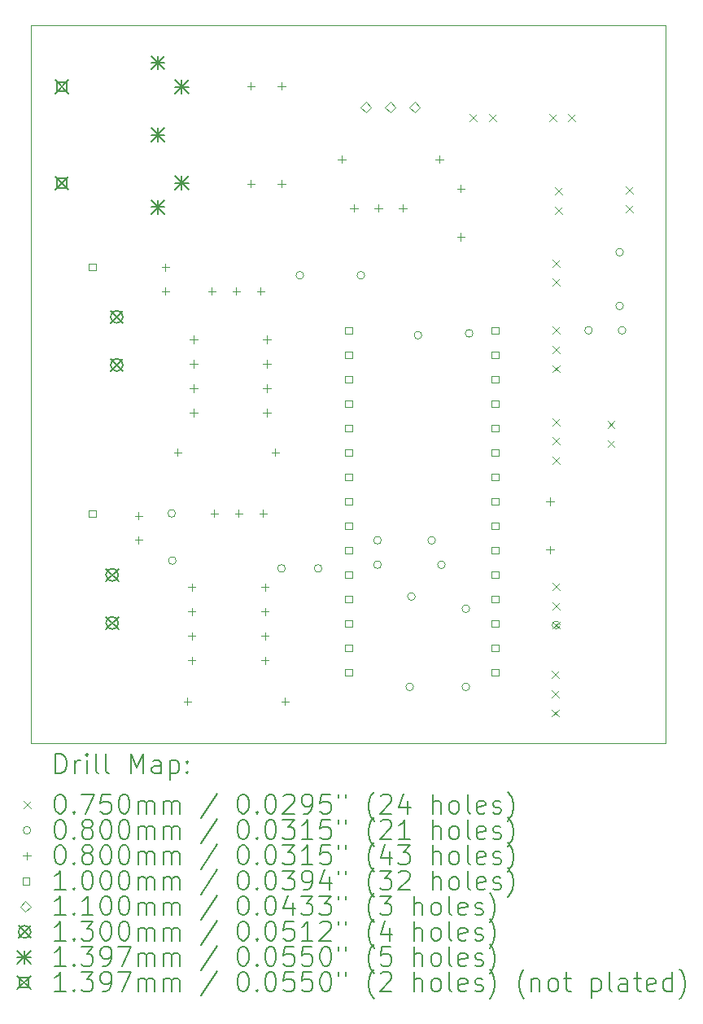
<source format=gbr>
%TF.GenerationSoftware,KiCad,Pcbnew,(6.0.11)*%
%TF.CreationDate,2024-06-19T11:41:44+02:00*%
%TF.ProjectId,Theremin,54686572-656d-4696-9e2e-6b696361645f,rev?*%
%TF.SameCoordinates,Original*%
%TF.FileFunction,Drillmap*%
%TF.FilePolarity,Positive*%
%FSLAX45Y45*%
G04 Gerber Fmt 4.5, Leading zero omitted, Abs format (unit mm)*
G04 Created by KiCad (PCBNEW (6.0.11)) date 2024-06-19 11:41:44*
%MOMM*%
%LPD*%
G01*
G04 APERTURE LIST*
%ADD10C,0.100000*%
%ADD11C,0.200000*%
%ADD12C,0.075000*%
%ADD13C,0.080000*%
%ADD14C,0.110000*%
%ADD15C,0.130000*%
%ADD16C,0.139700*%
G04 APERTURE END LIST*
D10*
X10922000Y-4191000D02*
X17526000Y-4191000D01*
X17526000Y-4191000D02*
X17526000Y-11658600D01*
X17526000Y-11658600D02*
X10922000Y-11658600D01*
X10922000Y-11658600D02*
X10922000Y-4191000D01*
D11*
D12*
X15483500Y-5114500D02*
X15558500Y-5189500D01*
X15558500Y-5114500D02*
X15483500Y-5189500D01*
X15683500Y-5114500D02*
X15758500Y-5189500D01*
X15758500Y-5114500D02*
X15683500Y-5189500D01*
X16309000Y-5114500D02*
X16384000Y-5189500D01*
X16384000Y-5114500D02*
X16309000Y-5189500D01*
X16337000Y-10909900D02*
X16412000Y-10984900D01*
X16412000Y-10909900D02*
X16337000Y-10984900D01*
X16337000Y-11109900D02*
X16412000Y-11184900D01*
X16412000Y-11109900D02*
X16337000Y-11184900D01*
X16337000Y-11309900D02*
X16412000Y-11384900D01*
X16412000Y-11309900D02*
X16337000Y-11384900D01*
X16345500Y-6630000D02*
X16420500Y-6705000D01*
X16420500Y-6630000D02*
X16345500Y-6705000D01*
X16345500Y-6830000D02*
X16420500Y-6905000D01*
X16420500Y-6830000D02*
X16345500Y-6905000D01*
X16345500Y-7328500D02*
X16420500Y-7403500D01*
X16420500Y-7328500D02*
X16345500Y-7403500D01*
X16345500Y-7528500D02*
X16420500Y-7603500D01*
X16420500Y-7528500D02*
X16345500Y-7603500D01*
X16345500Y-7728500D02*
X16420500Y-7803500D01*
X16420500Y-7728500D02*
X16345500Y-7803500D01*
X16345500Y-8281000D02*
X16420500Y-8356000D01*
X16420500Y-8281000D02*
X16345500Y-8356000D01*
X16345500Y-8481000D02*
X16420500Y-8556000D01*
X16420500Y-8481000D02*
X16345500Y-8556000D01*
X16345500Y-8681000D02*
X16420500Y-8756000D01*
X16420500Y-8681000D02*
X16345500Y-8756000D01*
X16345500Y-9995500D02*
X16420500Y-10070500D01*
X16420500Y-9995500D02*
X16345500Y-10070500D01*
X16345500Y-10195500D02*
X16420500Y-10270500D01*
X16420500Y-10195500D02*
X16345500Y-10270500D01*
X16345500Y-10395500D02*
X16420500Y-10470500D01*
X16420500Y-10395500D02*
X16345500Y-10470500D01*
X16370900Y-5880700D02*
X16445900Y-5955700D01*
X16445900Y-5880700D02*
X16370900Y-5955700D01*
X16370900Y-6080700D02*
X16445900Y-6155700D01*
X16445900Y-6080700D02*
X16370900Y-6155700D01*
X16509000Y-5114500D02*
X16584000Y-5189500D01*
X16584000Y-5114500D02*
X16509000Y-5189500D01*
X16917000Y-8308000D02*
X16992000Y-8383000D01*
X16992000Y-8308000D02*
X16917000Y-8383000D01*
X16917000Y-8508000D02*
X16992000Y-8583000D01*
X16992000Y-8508000D02*
X16917000Y-8583000D01*
X17107500Y-5868000D02*
X17182500Y-5943000D01*
X17182500Y-5868000D02*
X17107500Y-5943000D01*
X17107500Y-6068000D02*
X17182500Y-6143000D01*
X17182500Y-6068000D02*
X17107500Y-6143000D01*
D13*
X12422500Y-9271000D02*
G75*
G03*
X12422500Y-9271000I-40000J0D01*
G01*
X12428730Y-9761860D02*
G75*
G03*
X12428730Y-9761860I-40000J0D01*
G01*
X13565500Y-9842500D02*
G75*
G03*
X13565500Y-9842500I-40000J0D01*
G01*
X13756000Y-6794500D02*
G75*
G03*
X13756000Y-6794500I-40000J0D01*
G01*
X13946500Y-9842500D02*
G75*
G03*
X13946500Y-9842500I-40000J0D01*
G01*
X14391000Y-6794500D02*
G75*
G03*
X14391000Y-6794500I-40000J0D01*
G01*
X14563550Y-9550400D02*
G75*
G03*
X14563550Y-9550400I-40000J0D01*
G01*
X14563550Y-9804400D02*
G75*
G03*
X14563550Y-9804400I-40000J0D01*
G01*
X14899000Y-11074400D02*
G75*
G03*
X14899000Y-11074400I-40000J0D01*
G01*
X14916950Y-10134600D02*
G75*
G03*
X14916950Y-10134600I-40000J0D01*
G01*
X14985150Y-7416800D02*
G75*
G03*
X14985150Y-7416800I-40000J0D01*
G01*
X15127600Y-9550400D02*
G75*
G03*
X15127600Y-9550400I-40000J0D01*
G01*
X15229200Y-9804400D02*
G75*
G03*
X15229200Y-9804400I-40000J0D01*
G01*
X15483200Y-10261600D02*
G75*
G03*
X15483200Y-10261600I-40000J0D01*
G01*
X15483200Y-11074400D02*
G75*
G03*
X15483200Y-11074400I-40000J0D01*
G01*
X15517841Y-7398091D02*
G75*
G03*
X15517841Y-7398091I-40000J0D01*
G01*
X16423000Y-10433000D02*
G75*
G03*
X16423000Y-10433000I-40000J0D01*
G01*
X16760650Y-7366000D02*
G75*
G03*
X16760650Y-7366000I-40000J0D01*
G01*
X17083400Y-6553200D02*
G75*
G03*
X17083400Y-6553200I-40000J0D01*
G01*
X17083400Y-7112000D02*
G75*
G03*
X17083400Y-7112000I-40000J0D01*
G01*
X17108800Y-7366000D02*
G75*
G03*
X17108800Y-7366000I-40000J0D01*
G01*
X12039600Y-9256400D02*
X12039600Y-9336400D01*
X11999600Y-9296400D02*
X12079600Y-9296400D01*
X12039600Y-9506400D02*
X12039600Y-9586400D01*
X11999600Y-9546400D02*
X12079600Y-9546400D01*
X12319000Y-6669900D02*
X12319000Y-6749900D01*
X12279000Y-6709900D02*
X12359000Y-6709900D01*
X12319000Y-6919900D02*
X12319000Y-6999900D01*
X12279000Y-6959900D02*
X12359000Y-6959900D01*
X12446000Y-8596000D02*
X12446000Y-8676000D01*
X12406000Y-8636000D02*
X12486000Y-8636000D01*
X12547600Y-11186800D02*
X12547600Y-11266800D01*
X12507600Y-11226800D02*
X12587600Y-11226800D01*
X12591500Y-9998000D02*
X12591500Y-10078000D01*
X12551500Y-10038000D02*
X12631500Y-10038000D01*
X12591500Y-10252000D02*
X12591500Y-10332000D01*
X12551500Y-10292000D02*
X12631500Y-10292000D01*
X12591500Y-10506000D02*
X12591500Y-10586000D01*
X12551500Y-10546000D02*
X12631500Y-10546000D01*
X12591500Y-10760000D02*
X12591500Y-10840000D01*
X12551500Y-10800000D02*
X12631500Y-10800000D01*
X12611000Y-7420500D02*
X12611000Y-7500500D01*
X12571000Y-7460500D02*
X12651000Y-7460500D01*
X12611000Y-7674500D02*
X12611000Y-7754500D01*
X12571000Y-7714500D02*
X12651000Y-7714500D01*
X12611000Y-7928500D02*
X12611000Y-8008500D01*
X12571000Y-7968500D02*
X12651000Y-7968500D01*
X12611000Y-8182500D02*
X12611000Y-8262500D01*
X12571000Y-8222500D02*
X12651000Y-8222500D01*
X12801600Y-6919600D02*
X12801600Y-6999600D01*
X12761600Y-6959600D02*
X12841600Y-6959600D01*
X12827000Y-9231000D02*
X12827000Y-9311000D01*
X12787000Y-9271000D02*
X12867000Y-9271000D01*
X13055600Y-6919600D02*
X13055600Y-6999600D01*
X13015600Y-6959600D02*
X13095600Y-6959600D01*
X13081000Y-9231000D02*
X13081000Y-9311000D01*
X13041000Y-9271000D02*
X13121000Y-9271000D01*
X13206000Y-4786000D02*
X13206000Y-4866000D01*
X13166000Y-4826000D02*
X13246000Y-4826000D01*
X13206000Y-5802000D02*
X13206000Y-5882000D01*
X13166000Y-5842000D02*
X13246000Y-5842000D01*
X13309600Y-6919600D02*
X13309600Y-6999600D01*
X13269600Y-6959600D02*
X13349600Y-6959600D01*
X13335000Y-9231000D02*
X13335000Y-9311000D01*
X13295000Y-9271000D02*
X13375000Y-9271000D01*
X13353500Y-9998000D02*
X13353500Y-10078000D01*
X13313500Y-10038000D02*
X13393500Y-10038000D01*
X13353500Y-10252000D02*
X13353500Y-10332000D01*
X13313500Y-10292000D02*
X13393500Y-10292000D01*
X13353500Y-10506000D02*
X13353500Y-10586000D01*
X13313500Y-10546000D02*
X13393500Y-10546000D01*
X13353500Y-10760000D02*
X13353500Y-10840000D01*
X13313500Y-10800000D02*
X13393500Y-10800000D01*
X13373000Y-7420500D02*
X13373000Y-7500500D01*
X13333000Y-7460500D02*
X13413000Y-7460500D01*
X13373000Y-7674500D02*
X13373000Y-7754500D01*
X13333000Y-7714500D02*
X13413000Y-7714500D01*
X13373000Y-7928500D02*
X13373000Y-8008500D01*
X13333000Y-7968500D02*
X13413000Y-7968500D01*
X13373000Y-8182500D02*
X13373000Y-8262500D01*
X13333000Y-8222500D02*
X13413000Y-8222500D01*
X13462000Y-8596000D02*
X13462000Y-8676000D01*
X13422000Y-8636000D02*
X13502000Y-8636000D01*
X13525500Y-4786000D02*
X13525500Y-4866000D01*
X13485500Y-4826000D02*
X13565500Y-4826000D01*
X13525500Y-5802000D02*
X13525500Y-5882000D01*
X13485500Y-5842000D02*
X13565500Y-5842000D01*
X13563600Y-11186800D02*
X13563600Y-11266800D01*
X13523600Y-11226800D02*
X13603600Y-11226800D01*
X14152000Y-5548000D02*
X14152000Y-5628000D01*
X14112000Y-5588000D02*
X14192000Y-5588000D01*
X14279000Y-6056000D02*
X14279000Y-6136000D01*
X14239000Y-6096000D02*
X14319000Y-6096000D01*
X14533000Y-6056000D02*
X14533000Y-6136000D01*
X14493000Y-6096000D02*
X14573000Y-6096000D01*
X14787000Y-6056000D02*
X14787000Y-6136000D01*
X14747000Y-6096000D02*
X14827000Y-6096000D01*
X15168000Y-5548000D02*
X15168000Y-5628000D01*
X15128000Y-5588000D02*
X15208000Y-5588000D01*
X15392400Y-5852800D02*
X15392400Y-5932800D01*
X15352400Y-5892800D02*
X15432400Y-5892800D01*
X15392400Y-6352800D02*
X15392400Y-6432800D01*
X15352400Y-6392800D02*
X15432400Y-6392800D01*
X16319500Y-9108000D02*
X16319500Y-9188000D01*
X16279500Y-9148000D02*
X16359500Y-9148000D01*
X16319500Y-9608000D02*
X16319500Y-9688000D01*
X16279500Y-9648000D02*
X16359500Y-9648000D01*
D10*
X11592356Y-6745256D02*
X11592356Y-6674544D01*
X11521644Y-6674544D01*
X11521644Y-6745256D01*
X11592356Y-6745256D01*
X11592356Y-9306356D02*
X11592356Y-9235644D01*
X11521644Y-9235644D01*
X11521644Y-9306356D01*
X11592356Y-9306356D01*
X14259356Y-7401356D02*
X14259356Y-7330644D01*
X14188644Y-7330644D01*
X14188644Y-7401356D01*
X14259356Y-7401356D01*
X14259356Y-7655356D02*
X14259356Y-7584644D01*
X14188644Y-7584644D01*
X14188644Y-7655356D01*
X14259356Y-7655356D01*
X14259356Y-7909356D02*
X14259356Y-7838644D01*
X14188644Y-7838644D01*
X14188644Y-7909356D01*
X14259356Y-7909356D01*
X14259356Y-8163356D02*
X14259356Y-8092644D01*
X14188644Y-8092644D01*
X14188644Y-8163356D01*
X14259356Y-8163356D01*
X14259356Y-8417356D02*
X14259356Y-8346644D01*
X14188644Y-8346644D01*
X14188644Y-8417356D01*
X14259356Y-8417356D01*
X14259356Y-8671356D02*
X14259356Y-8600644D01*
X14188644Y-8600644D01*
X14188644Y-8671356D01*
X14259356Y-8671356D01*
X14259356Y-8925356D02*
X14259356Y-8854644D01*
X14188644Y-8854644D01*
X14188644Y-8925356D01*
X14259356Y-8925356D01*
X14259356Y-9179356D02*
X14259356Y-9108644D01*
X14188644Y-9108644D01*
X14188644Y-9179356D01*
X14259356Y-9179356D01*
X14259356Y-9433356D02*
X14259356Y-9362644D01*
X14188644Y-9362644D01*
X14188644Y-9433356D01*
X14259356Y-9433356D01*
X14259356Y-9687356D02*
X14259356Y-9616644D01*
X14188644Y-9616644D01*
X14188644Y-9687356D01*
X14259356Y-9687356D01*
X14259356Y-9941356D02*
X14259356Y-9870644D01*
X14188644Y-9870644D01*
X14188644Y-9941356D01*
X14259356Y-9941356D01*
X14259356Y-10195356D02*
X14259356Y-10124644D01*
X14188644Y-10124644D01*
X14188644Y-10195356D01*
X14259356Y-10195356D01*
X14259356Y-10449356D02*
X14259356Y-10378644D01*
X14188644Y-10378644D01*
X14188644Y-10449356D01*
X14259356Y-10449356D01*
X14259356Y-10703356D02*
X14259356Y-10632644D01*
X14188644Y-10632644D01*
X14188644Y-10703356D01*
X14259356Y-10703356D01*
X14259356Y-10957356D02*
X14259356Y-10886644D01*
X14188644Y-10886644D01*
X14188644Y-10957356D01*
X14259356Y-10957356D01*
X15783356Y-7401356D02*
X15783356Y-7330644D01*
X15712644Y-7330644D01*
X15712644Y-7401356D01*
X15783356Y-7401356D01*
X15783356Y-7655356D02*
X15783356Y-7584644D01*
X15712644Y-7584644D01*
X15712644Y-7655356D01*
X15783356Y-7655356D01*
X15783356Y-7909356D02*
X15783356Y-7838644D01*
X15712644Y-7838644D01*
X15712644Y-7909356D01*
X15783356Y-7909356D01*
X15783356Y-8163356D02*
X15783356Y-8092644D01*
X15712644Y-8092644D01*
X15712644Y-8163356D01*
X15783356Y-8163356D01*
X15783356Y-8417356D02*
X15783356Y-8346644D01*
X15712644Y-8346644D01*
X15712644Y-8417356D01*
X15783356Y-8417356D01*
X15783356Y-8671356D02*
X15783356Y-8600644D01*
X15712644Y-8600644D01*
X15712644Y-8671356D01*
X15783356Y-8671356D01*
X15783356Y-8925356D02*
X15783356Y-8854644D01*
X15712644Y-8854644D01*
X15712644Y-8925356D01*
X15783356Y-8925356D01*
X15783356Y-9179356D02*
X15783356Y-9108644D01*
X15712644Y-9108644D01*
X15712644Y-9179356D01*
X15783356Y-9179356D01*
X15783356Y-9433356D02*
X15783356Y-9362644D01*
X15712644Y-9362644D01*
X15712644Y-9433356D01*
X15783356Y-9433356D01*
X15783356Y-9687356D02*
X15783356Y-9616644D01*
X15712644Y-9616644D01*
X15712644Y-9687356D01*
X15783356Y-9687356D01*
X15783356Y-9941356D02*
X15783356Y-9870644D01*
X15712644Y-9870644D01*
X15712644Y-9941356D01*
X15783356Y-9941356D01*
X15783356Y-10195356D02*
X15783356Y-10124644D01*
X15712644Y-10124644D01*
X15712644Y-10195356D01*
X15783356Y-10195356D01*
X15783356Y-10449356D02*
X15783356Y-10378644D01*
X15712644Y-10378644D01*
X15712644Y-10449356D01*
X15783356Y-10449356D01*
X15783356Y-10703356D02*
X15783356Y-10632644D01*
X15712644Y-10632644D01*
X15712644Y-10703356D01*
X15783356Y-10703356D01*
X15783356Y-10957356D02*
X15783356Y-10886644D01*
X15712644Y-10886644D01*
X15712644Y-10957356D01*
X15783356Y-10957356D01*
D14*
X14406000Y-5102500D02*
X14461000Y-5047500D01*
X14406000Y-4992500D01*
X14351000Y-5047500D01*
X14406000Y-5102500D01*
X14660000Y-5102500D02*
X14715000Y-5047500D01*
X14660000Y-4992500D01*
X14605000Y-5047500D01*
X14660000Y-5102500D01*
X14914000Y-5102500D02*
X14969000Y-5047500D01*
X14914000Y-4992500D01*
X14859000Y-5047500D01*
X14914000Y-5102500D01*
D15*
X11698500Y-9845000D02*
X11828500Y-9975000D01*
X11828500Y-9845000D02*
X11698500Y-9975000D01*
X11828500Y-9910000D02*
G75*
G03*
X11828500Y-9910000I-65000J0D01*
G01*
X11698500Y-10345000D02*
X11828500Y-10475000D01*
X11828500Y-10345000D02*
X11698500Y-10475000D01*
X11828500Y-10410000D02*
G75*
G03*
X11828500Y-10410000I-65000J0D01*
G01*
X11746000Y-7160900D02*
X11876000Y-7290900D01*
X11876000Y-7160900D02*
X11746000Y-7290900D01*
X11876000Y-7225900D02*
G75*
G03*
X11876000Y-7225900I-65000J0D01*
G01*
X11746000Y-7660900D02*
X11876000Y-7790900D01*
X11876000Y-7660900D02*
X11746000Y-7790900D01*
X11876000Y-7725900D02*
G75*
G03*
X11876000Y-7725900I-65000J0D01*
G01*
D16*
X12167870Y-4514342D02*
X12307570Y-4654042D01*
X12307570Y-4514342D02*
X12167870Y-4654042D01*
X12237720Y-4514342D02*
X12237720Y-4654042D01*
X12167870Y-4584192D02*
X12307570Y-4584192D01*
X12167870Y-6013958D02*
X12307570Y-6153658D01*
X12307570Y-6013958D02*
X12167870Y-6153658D01*
X12237720Y-6013958D02*
X12237720Y-6153658D01*
X12167870Y-6083808D02*
X12307570Y-6083808D01*
X12168124Y-5264150D02*
X12307824Y-5403850D01*
X12307824Y-5264150D02*
X12168124Y-5403850D01*
X12237974Y-5264150D02*
X12237974Y-5403850D01*
X12168124Y-5334000D02*
X12307824Y-5334000D01*
X12418060Y-4764532D02*
X12557760Y-4904232D01*
X12557760Y-4764532D02*
X12418060Y-4904232D01*
X12487910Y-4764532D02*
X12487910Y-4904232D01*
X12418060Y-4834382D02*
X12557760Y-4834382D01*
X12418060Y-5763768D02*
X12557760Y-5903468D01*
X12557760Y-5763768D02*
X12418060Y-5903468D01*
X12487910Y-5763768D02*
X12487910Y-5903468D01*
X12418060Y-5833618D02*
X12557760Y-5833618D01*
X11168380Y-4764024D02*
X11308080Y-4903724D01*
X11308080Y-4764024D02*
X11168380Y-4903724D01*
X11287622Y-4883266D02*
X11287622Y-4784482D01*
X11188838Y-4784482D01*
X11188838Y-4883266D01*
X11287622Y-4883266D01*
X11168380Y-5764276D02*
X11308080Y-5903976D01*
X11308080Y-5764276D02*
X11168380Y-5903976D01*
X11287622Y-5883518D02*
X11287622Y-5784734D01*
X11188838Y-5784734D01*
X11188838Y-5883518D01*
X11287622Y-5883518D01*
D11*
X11174619Y-11974076D02*
X11174619Y-11774076D01*
X11222238Y-11774076D01*
X11250809Y-11783600D01*
X11269857Y-11802648D01*
X11279381Y-11821695D01*
X11288905Y-11859790D01*
X11288905Y-11888362D01*
X11279381Y-11926457D01*
X11269857Y-11945505D01*
X11250809Y-11964552D01*
X11222238Y-11974076D01*
X11174619Y-11974076D01*
X11374619Y-11974076D02*
X11374619Y-11840743D01*
X11374619Y-11878838D02*
X11384143Y-11859790D01*
X11393667Y-11850267D01*
X11412714Y-11840743D01*
X11431762Y-11840743D01*
X11498428Y-11974076D02*
X11498428Y-11840743D01*
X11498428Y-11774076D02*
X11488905Y-11783600D01*
X11498428Y-11793124D01*
X11507952Y-11783600D01*
X11498428Y-11774076D01*
X11498428Y-11793124D01*
X11622238Y-11974076D02*
X11603190Y-11964552D01*
X11593667Y-11945505D01*
X11593667Y-11774076D01*
X11727000Y-11974076D02*
X11707952Y-11964552D01*
X11698428Y-11945505D01*
X11698428Y-11774076D01*
X11955571Y-11974076D02*
X11955571Y-11774076D01*
X12022238Y-11916933D01*
X12088905Y-11774076D01*
X12088905Y-11974076D01*
X12269857Y-11974076D02*
X12269857Y-11869314D01*
X12260333Y-11850267D01*
X12241286Y-11840743D01*
X12203190Y-11840743D01*
X12184143Y-11850267D01*
X12269857Y-11964552D02*
X12250809Y-11974076D01*
X12203190Y-11974076D01*
X12184143Y-11964552D01*
X12174619Y-11945505D01*
X12174619Y-11926457D01*
X12184143Y-11907409D01*
X12203190Y-11897886D01*
X12250809Y-11897886D01*
X12269857Y-11888362D01*
X12365095Y-11840743D02*
X12365095Y-12040743D01*
X12365095Y-11850267D02*
X12384143Y-11840743D01*
X12422238Y-11840743D01*
X12441286Y-11850267D01*
X12450809Y-11859790D01*
X12460333Y-11878838D01*
X12460333Y-11935981D01*
X12450809Y-11955028D01*
X12441286Y-11964552D01*
X12422238Y-11974076D01*
X12384143Y-11974076D01*
X12365095Y-11964552D01*
X12546048Y-11955028D02*
X12555571Y-11964552D01*
X12546048Y-11974076D01*
X12536524Y-11964552D01*
X12546048Y-11955028D01*
X12546048Y-11974076D01*
X12546048Y-11850267D02*
X12555571Y-11859790D01*
X12546048Y-11869314D01*
X12536524Y-11859790D01*
X12546048Y-11850267D01*
X12546048Y-11869314D01*
D12*
X10842000Y-12266100D02*
X10917000Y-12341100D01*
X10917000Y-12266100D02*
X10842000Y-12341100D01*
D11*
X11212714Y-12194076D02*
X11231762Y-12194076D01*
X11250809Y-12203600D01*
X11260333Y-12213124D01*
X11269857Y-12232171D01*
X11279381Y-12270267D01*
X11279381Y-12317886D01*
X11269857Y-12355981D01*
X11260333Y-12375028D01*
X11250809Y-12384552D01*
X11231762Y-12394076D01*
X11212714Y-12394076D01*
X11193667Y-12384552D01*
X11184143Y-12375028D01*
X11174619Y-12355981D01*
X11165095Y-12317886D01*
X11165095Y-12270267D01*
X11174619Y-12232171D01*
X11184143Y-12213124D01*
X11193667Y-12203600D01*
X11212714Y-12194076D01*
X11365095Y-12375028D02*
X11374619Y-12384552D01*
X11365095Y-12394076D01*
X11355571Y-12384552D01*
X11365095Y-12375028D01*
X11365095Y-12394076D01*
X11441286Y-12194076D02*
X11574619Y-12194076D01*
X11488905Y-12394076D01*
X11746048Y-12194076D02*
X11650809Y-12194076D01*
X11641286Y-12289314D01*
X11650809Y-12279790D01*
X11669857Y-12270267D01*
X11717476Y-12270267D01*
X11736524Y-12279790D01*
X11746048Y-12289314D01*
X11755571Y-12308362D01*
X11755571Y-12355981D01*
X11746048Y-12375028D01*
X11736524Y-12384552D01*
X11717476Y-12394076D01*
X11669857Y-12394076D01*
X11650809Y-12384552D01*
X11641286Y-12375028D01*
X11879381Y-12194076D02*
X11898428Y-12194076D01*
X11917476Y-12203600D01*
X11927000Y-12213124D01*
X11936524Y-12232171D01*
X11946048Y-12270267D01*
X11946048Y-12317886D01*
X11936524Y-12355981D01*
X11927000Y-12375028D01*
X11917476Y-12384552D01*
X11898428Y-12394076D01*
X11879381Y-12394076D01*
X11860333Y-12384552D01*
X11850809Y-12375028D01*
X11841286Y-12355981D01*
X11831762Y-12317886D01*
X11831762Y-12270267D01*
X11841286Y-12232171D01*
X11850809Y-12213124D01*
X11860333Y-12203600D01*
X11879381Y-12194076D01*
X12031762Y-12394076D02*
X12031762Y-12260743D01*
X12031762Y-12279790D02*
X12041286Y-12270267D01*
X12060333Y-12260743D01*
X12088905Y-12260743D01*
X12107952Y-12270267D01*
X12117476Y-12289314D01*
X12117476Y-12394076D01*
X12117476Y-12289314D02*
X12127000Y-12270267D01*
X12146048Y-12260743D01*
X12174619Y-12260743D01*
X12193667Y-12270267D01*
X12203190Y-12289314D01*
X12203190Y-12394076D01*
X12298428Y-12394076D02*
X12298428Y-12260743D01*
X12298428Y-12279790D02*
X12307952Y-12270267D01*
X12327000Y-12260743D01*
X12355571Y-12260743D01*
X12374619Y-12270267D01*
X12384143Y-12289314D01*
X12384143Y-12394076D01*
X12384143Y-12289314D02*
X12393667Y-12270267D01*
X12412714Y-12260743D01*
X12441286Y-12260743D01*
X12460333Y-12270267D01*
X12469857Y-12289314D01*
X12469857Y-12394076D01*
X12860333Y-12184552D02*
X12688905Y-12441695D01*
X13117476Y-12194076D02*
X13136524Y-12194076D01*
X13155571Y-12203600D01*
X13165095Y-12213124D01*
X13174619Y-12232171D01*
X13184143Y-12270267D01*
X13184143Y-12317886D01*
X13174619Y-12355981D01*
X13165095Y-12375028D01*
X13155571Y-12384552D01*
X13136524Y-12394076D01*
X13117476Y-12394076D01*
X13098428Y-12384552D01*
X13088905Y-12375028D01*
X13079381Y-12355981D01*
X13069857Y-12317886D01*
X13069857Y-12270267D01*
X13079381Y-12232171D01*
X13088905Y-12213124D01*
X13098428Y-12203600D01*
X13117476Y-12194076D01*
X13269857Y-12375028D02*
X13279381Y-12384552D01*
X13269857Y-12394076D01*
X13260333Y-12384552D01*
X13269857Y-12375028D01*
X13269857Y-12394076D01*
X13403190Y-12194076D02*
X13422238Y-12194076D01*
X13441286Y-12203600D01*
X13450809Y-12213124D01*
X13460333Y-12232171D01*
X13469857Y-12270267D01*
X13469857Y-12317886D01*
X13460333Y-12355981D01*
X13450809Y-12375028D01*
X13441286Y-12384552D01*
X13422238Y-12394076D01*
X13403190Y-12394076D01*
X13384143Y-12384552D01*
X13374619Y-12375028D01*
X13365095Y-12355981D01*
X13355571Y-12317886D01*
X13355571Y-12270267D01*
X13365095Y-12232171D01*
X13374619Y-12213124D01*
X13384143Y-12203600D01*
X13403190Y-12194076D01*
X13546048Y-12213124D02*
X13555571Y-12203600D01*
X13574619Y-12194076D01*
X13622238Y-12194076D01*
X13641286Y-12203600D01*
X13650809Y-12213124D01*
X13660333Y-12232171D01*
X13660333Y-12251219D01*
X13650809Y-12279790D01*
X13536524Y-12394076D01*
X13660333Y-12394076D01*
X13755571Y-12394076D02*
X13793667Y-12394076D01*
X13812714Y-12384552D01*
X13822238Y-12375028D01*
X13841286Y-12346457D01*
X13850809Y-12308362D01*
X13850809Y-12232171D01*
X13841286Y-12213124D01*
X13831762Y-12203600D01*
X13812714Y-12194076D01*
X13774619Y-12194076D01*
X13755571Y-12203600D01*
X13746048Y-12213124D01*
X13736524Y-12232171D01*
X13736524Y-12279790D01*
X13746048Y-12298838D01*
X13755571Y-12308362D01*
X13774619Y-12317886D01*
X13812714Y-12317886D01*
X13831762Y-12308362D01*
X13841286Y-12298838D01*
X13850809Y-12279790D01*
X14031762Y-12194076D02*
X13936524Y-12194076D01*
X13927000Y-12289314D01*
X13936524Y-12279790D01*
X13955571Y-12270267D01*
X14003190Y-12270267D01*
X14022238Y-12279790D01*
X14031762Y-12289314D01*
X14041286Y-12308362D01*
X14041286Y-12355981D01*
X14031762Y-12375028D01*
X14022238Y-12384552D01*
X14003190Y-12394076D01*
X13955571Y-12394076D01*
X13936524Y-12384552D01*
X13927000Y-12375028D01*
X14117476Y-12194076D02*
X14117476Y-12232171D01*
X14193667Y-12194076D02*
X14193667Y-12232171D01*
X14488905Y-12470267D02*
X14479381Y-12460743D01*
X14460333Y-12432171D01*
X14450809Y-12413124D01*
X14441286Y-12384552D01*
X14431762Y-12336933D01*
X14431762Y-12298838D01*
X14441286Y-12251219D01*
X14450809Y-12222648D01*
X14460333Y-12203600D01*
X14479381Y-12175028D01*
X14488905Y-12165505D01*
X14555571Y-12213124D02*
X14565095Y-12203600D01*
X14584143Y-12194076D01*
X14631762Y-12194076D01*
X14650809Y-12203600D01*
X14660333Y-12213124D01*
X14669857Y-12232171D01*
X14669857Y-12251219D01*
X14660333Y-12279790D01*
X14546048Y-12394076D01*
X14669857Y-12394076D01*
X14841286Y-12260743D02*
X14841286Y-12394076D01*
X14793667Y-12184552D02*
X14746048Y-12327409D01*
X14869857Y-12327409D01*
X15098428Y-12394076D02*
X15098428Y-12194076D01*
X15184143Y-12394076D02*
X15184143Y-12289314D01*
X15174619Y-12270267D01*
X15155571Y-12260743D01*
X15127000Y-12260743D01*
X15107952Y-12270267D01*
X15098428Y-12279790D01*
X15307952Y-12394076D02*
X15288905Y-12384552D01*
X15279381Y-12375028D01*
X15269857Y-12355981D01*
X15269857Y-12298838D01*
X15279381Y-12279790D01*
X15288905Y-12270267D01*
X15307952Y-12260743D01*
X15336524Y-12260743D01*
X15355571Y-12270267D01*
X15365095Y-12279790D01*
X15374619Y-12298838D01*
X15374619Y-12355981D01*
X15365095Y-12375028D01*
X15355571Y-12384552D01*
X15336524Y-12394076D01*
X15307952Y-12394076D01*
X15488905Y-12394076D02*
X15469857Y-12384552D01*
X15460333Y-12365505D01*
X15460333Y-12194076D01*
X15641286Y-12384552D02*
X15622238Y-12394076D01*
X15584143Y-12394076D01*
X15565095Y-12384552D01*
X15555571Y-12365505D01*
X15555571Y-12289314D01*
X15565095Y-12270267D01*
X15584143Y-12260743D01*
X15622238Y-12260743D01*
X15641286Y-12270267D01*
X15650809Y-12289314D01*
X15650809Y-12308362D01*
X15555571Y-12327409D01*
X15727000Y-12384552D02*
X15746048Y-12394076D01*
X15784143Y-12394076D01*
X15803190Y-12384552D01*
X15812714Y-12365505D01*
X15812714Y-12355981D01*
X15803190Y-12336933D01*
X15784143Y-12327409D01*
X15755571Y-12327409D01*
X15736524Y-12317886D01*
X15727000Y-12298838D01*
X15727000Y-12289314D01*
X15736524Y-12270267D01*
X15755571Y-12260743D01*
X15784143Y-12260743D01*
X15803190Y-12270267D01*
X15879381Y-12470267D02*
X15888905Y-12460743D01*
X15907952Y-12432171D01*
X15917476Y-12413124D01*
X15927000Y-12384552D01*
X15936524Y-12336933D01*
X15936524Y-12298838D01*
X15927000Y-12251219D01*
X15917476Y-12222648D01*
X15907952Y-12203600D01*
X15888905Y-12175028D01*
X15879381Y-12165505D01*
D13*
X10917000Y-12567600D02*
G75*
G03*
X10917000Y-12567600I-40000J0D01*
G01*
D11*
X11212714Y-12458076D02*
X11231762Y-12458076D01*
X11250809Y-12467600D01*
X11260333Y-12477124D01*
X11269857Y-12496171D01*
X11279381Y-12534267D01*
X11279381Y-12581886D01*
X11269857Y-12619981D01*
X11260333Y-12639028D01*
X11250809Y-12648552D01*
X11231762Y-12658076D01*
X11212714Y-12658076D01*
X11193667Y-12648552D01*
X11184143Y-12639028D01*
X11174619Y-12619981D01*
X11165095Y-12581886D01*
X11165095Y-12534267D01*
X11174619Y-12496171D01*
X11184143Y-12477124D01*
X11193667Y-12467600D01*
X11212714Y-12458076D01*
X11365095Y-12639028D02*
X11374619Y-12648552D01*
X11365095Y-12658076D01*
X11355571Y-12648552D01*
X11365095Y-12639028D01*
X11365095Y-12658076D01*
X11488905Y-12543790D02*
X11469857Y-12534267D01*
X11460333Y-12524743D01*
X11450809Y-12505695D01*
X11450809Y-12496171D01*
X11460333Y-12477124D01*
X11469857Y-12467600D01*
X11488905Y-12458076D01*
X11527000Y-12458076D01*
X11546048Y-12467600D01*
X11555571Y-12477124D01*
X11565095Y-12496171D01*
X11565095Y-12505695D01*
X11555571Y-12524743D01*
X11546048Y-12534267D01*
X11527000Y-12543790D01*
X11488905Y-12543790D01*
X11469857Y-12553314D01*
X11460333Y-12562838D01*
X11450809Y-12581886D01*
X11450809Y-12619981D01*
X11460333Y-12639028D01*
X11469857Y-12648552D01*
X11488905Y-12658076D01*
X11527000Y-12658076D01*
X11546048Y-12648552D01*
X11555571Y-12639028D01*
X11565095Y-12619981D01*
X11565095Y-12581886D01*
X11555571Y-12562838D01*
X11546048Y-12553314D01*
X11527000Y-12543790D01*
X11688905Y-12458076D02*
X11707952Y-12458076D01*
X11727000Y-12467600D01*
X11736524Y-12477124D01*
X11746048Y-12496171D01*
X11755571Y-12534267D01*
X11755571Y-12581886D01*
X11746048Y-12619981D01*
X11736524Y-12639028D01*
X11727000Y-12648552D01*
X11707952Y-12658076D01*
X11688905Y-12658076D01*
X11669857Y-12648552D01*
X11660333Y-12639028D01*
X11650809Y-12619981D01*
X11641286Y-12581886D01*
X11641286Y-12534267D01*
X11650809Y-12496171D01*
X11660333Y-12477124D01*
X11669857Y-12467600D01*
X11688905Y-12458076D01*
X11879381Y-12458076D02*
X11898428Y-12458076D01*
X11917476Y-12467600D01*
X11927000Y-12477124D01*
X11936524Y-12496171D01*
X11946048Y-12534267D01*
X11946048Y-12581886D01*
X11936524Y-12619981D01*
X11927000Y-12639028D01*
X11917476Y-12648552D01*
X11898428Y-12658076D01*
X11879381Y-12658076D01*
X11860333Y-12648552D01*
X11850809Y-12639028D01*
X11841286Y-12619981D01*
X11831762Y-12581886D01*
X11831762Y-12534267D01*
X11841286Y-12496171D01*
X11850809Y-12477124D01*
X11860333Y-12467600D01*
X11879381Y-12458076D01*
X12031762Y-12658076D02*
X12031762Y-12524743D01*
X12031762Y-12543790D02*
X12041286Y-12534267D01*
X12060333Y-12524743D01*
X12088905Y-12524743D01*
X12107952Y-12534267D01*
X12117476Y-12553314D01*
X12117476Y-12658076D01*
X12117476Y-12553314D02*
X12127000Y-12534267D01*
X12146048Y-12524743D01*
X12174619Y-12524743D01*
X12193667Y-12534267D01*
X12203190Y-12553314D01*
X12203190Y-12658076D01*
X12298428Y-12658076D02*
X12298428Y-12524743D01*
X12298428Y-12543790D02*
X12307952Y-12534267D01*
X12327000Y-12524743D01*
X12355571Y-12524743D01*
X12374619Y-12534267D01*
X12384143Y-12553314D01*
X12384143Y-12658076D01*
X12384143Y-12553314D02*
X12393667Y-12534267D01*
X12412714Y-12524743D01*
X12441286Y-12524743D01*
X12460333Y-12534267D01*
X12469857Y-12553314D01*
X12469857Y-12658076D01*
X12860333Y-12448552D02*
X12688905Y-12705695D01*
X13117476Y-12458076D02*
X13136524Y-12458076D01*
X13155571Y-12467600D01*
X13165095Y-12477124D01*
X13174619Y-12496171D01*
X13184143Y-12534267D01*
X13184143Y-12581886D01*
X13174619Y-12619981D01*
X13165095Y-12639028D01*
X13155571Y-12648552D01*
X13136524Y-12658076D01*
X13117476Y-12658076D01*
X13098428Y-12648552D01*
X13088905Y-12639028D01*
X13079381Y-12619981D01*
X13069857Y-12581886D01*
X13069857Y-12534267D01*
X13079381Y-12496171D01*
X13088905Y-12477124D01*
X13098428Y-12467600D01*
X13117476Y-12458076D01*
X13269857Y-12639028D02*
X13279381Y-12648552D01*
X13269857Y-12658076D01*
X13260333Y-12648552D01*
X13269857Y-12639028D01*
X13269857Y-12658076D01*
X13403190Y-12458076D02*
X13422238Y-12458076D01*
X13441286Y-12467600D01*
X13450809Y-12477124D01*
X13460333Y-12496171D01*
X13469857Y-12534267D01*
X13469857Y-12581886D01*
X13460333Y-12619981D01*
X13450809Y-12639028D01*
X13441286Y-12648552D01*
X13422238Y-12658076D01*
X13403190Y-12658076D01*
X13384143Y-12648552D01*
X13374619Y-12639028D01*
X13365095Y-12619981D01*
X13355571Y-12581886D01*
X13355571Y-12534267D01*
X13365095Y-12496171D01*
X13374619Y-12477124D01*
X13384143Y-12467600D01*
X13403190Y-12458076D01*
X13536524Y-12458076D02*
X13660333Y-12458076D01*
X13593667Y-12534267D01*
X13622238Y-12534267D01*
X13641286Y-12543790D01*
X13650809Y-12553314D01*
X13660333Y-12572362D01*
X13660333Y-12619981D01*
X13650809Y-12639028D01*
X13641286Y-12648552D01*
X13622238Y-12658076D01*
X13565095Y-12658076D01*
X13546048Y-12648552D01*
X13536524Y-12639028D01*
X13850809Y-12658076D02*
X13736524Y-12658076D01*
X13793667Y-12658076D02*
X13793667Y-12458076D01*
X13774619Y-12486648D01*
X13755571Y-12505695D01*
X13736524Y-12515219D01*
X14031762Y-12458076D02*
X13936524Y-12458076D01*
X13927000Y-12553314D01*
X13936524Y-12543790D01*
X13955571Y-12534267D01*
X14003190Y-12534267D01*
X14022238Y-12543790D01*
X14031762Y-12553314D01*
X14041286Y-12572362D01*
X14041286Y-12619981D01*
X14031762Y-12639028D01*
X14022238Y-12648552D01*
X14003190Y-12658076D01*
X13955571Y-12658076D01*
X13936524Y-12648552D01*
X13927000Y-12639028D01*
X14117476Y-12458076D02*
X14117476Y-12496171D01*
X14193667Y-12458076D02*
X14193667Y-12496171D01*
X14488905Y-12734267D02*
X14479381Y-12724743D01*
X14460333Y-12696171D01*
X14450809Y-12677124D01*
X14441286Y-12648552D01*
X14431762Y-12600933D01*
X14431762Y-12562838D01*
X14441286Y-12515219D01*
X14450809Y-12486648D01*
X14460333Y-12467600D01*
X14479381Y-12439028D01*
X14488905Y-12429505D01*
X14555571Y-12477124D02*
X14565095Y-12467600D01*
X14584143Y-12458076D01*
X14631762Y-12458076D01*
X14650809Y-12467600D01*
X14660333Y-12477124D01*
X14669857Y-12496171D01*
X14669857Y-12515219D01*
X14660333Y-12543790D01*
X14546048Y-12658076D01*
X14669857Y-12658076D01*
X14860333Y-12658076D02*
X14746048Y-12658076D01*
X14803190Y-12658076D02*
X14803190Y-12458076D01*
X14784143Y-12486648D01*
X14765095Y-12505695D01*
X14746048Y-12515219D01*
X15098428Y-12658076D02*
X15098428Y-12458076D01*
X15184143Y-12658076D02*
X15184143Y-12553314D01*
X15174619Y-12534267D01*
X15155571Y-12524743D01*
X15127000Y-12524743D01*
X15107952Y-12534267D01*
X15098428Y-12543790D01*
X15307952Y-12658076D02*
X15288905Y-12648552D01*
X15279381Y-12639028D01*
X15269857Y-12619981D01*
X15269857Y-12562838D01*
X15279381Y-12543790D01*
X15288905Y-12534267D01*
X15307952Y-12524743D01*
X15336524Y-12524743D01*
X15355571Y-12534267D01*
X15365095Y-12543790D01*
X15374619Y-12562838D01*
X15374619Y-12619981D01*
X15365095Y-12639028D01*
X15355571Y-12648552D01*
X15336524Y-12658076D01*
X15307952Y-12658076D01*
X15488905Y-12658076D02*
X15469857Y-12648552D01*
X15460333Y-12629505D01*
X15460333Y-12458076D01*
X15641286Y-12648552D02*
X15622238Y-12658076D01*
X15584143Y-12658076D01*
X15565095Y-12648552D01*
X15555571Y-12629505D01*
X15555571Y-12553314D01*
X15565095Y-12534267D01*
X15584143Y-12524743D01*
X15622238Y-12524743D01*
X15641286Y-12534267D01*
X15650809Y-12553314D01*
X15650809Y-12572362D01*
X15555571Y-12591409D01*
X15727000Y-12648552D02*
X15746048Y-12658076D01*
X15784143Y-12658076D01*
X15803190Y-12648552D01*
X15812714Y-12629505D01*
X15812714Y-12619981D01*
X15803190Y-12600933D01*
X15784143Y-12591409D01*
X15755571Y-12591409D01*
X15736524Y-12581886D01*
X15727000Y-12562838D01*
X15727000Y-12553314D01*
X15736524Y-12534267D01*
X15755571Y-12524743D01*
X15784143Y-12524743D01*
X15803190Y-12534267D01*
X15879381Y-12734267D02*
X15888905Y-12724743D01*
X15907952Y-12696171D01*
X15917476Y-12677124D01*
X15927000Y-12648552D01*
X15936524Y-12600933D01*
X15936524Y-12562838D01*
X15927000Y-12515219D01*
X15917476Y-12486648D01*
X15907952Y-12467600D01*
X15888905Y-12439028D01*
X15879381Y-12429505D01*
D13*
X10877000Y-12791600D02*
X10877000Y-12871600D01*
X10837000Y-12831600D02*
X10917000Y-12831600D01*
D11*
X11212714Y-12722076D02*
X11231762Y-12722076D01*
X11250809Y-12731600D01*
X11260333Y-12741124D01*
X11269857Y-12760171D01*
X11279381Y-12798267D01*
X11279381Y-12845886D01*
X11269857Y-12883981D01*
X11260333Y-12903028D01*
X11250809Y-12912552D01*
X11231762Y-12922076D01*
X11212714Y-12922076D01*
X11193667Y-12912552D01*
X11184143Y-12903028D01*
X11174619Y-12883981D01*
X11165095Y-12845886D01*
X11165095Y-12798267D01*
X11174619Y-12760171D01*
X11184143Y-12741124D01*
X11193667Y-12731600D01*
X11212714Y-12722076D01*
X11365095Y-12903028D02*
X11374619Y-12912552D01*
X11365095Y-12922076D01*
X11355571Y-12912552D01*
X11365095Y-12903028D01*
X11365095Y-12922076D01*
X11488905Y-12807790D02*
X11469857Y-12798267D01*
X11460333Y-12788743D01*
X11450809Y-12769695D01*
X11450809Y-12760171D01*
X11460333Y-12741124D01*
X11469857Y-12731600D01*
X11488905Y-12722076D01*
X11527000Y-12722076D01*
X11546048Y-12731600D01*
X11555571Y-12741124D01*
X11565095Y-12760171D01*
X11565095Y-12769695D01*
X11555571Y-12788743D01*
X11546048Y-12798267D01*
X11527000Y-12807790D01*
X11488905Y-12807790D01*
X11469857Y-12817314D01*
X11460333Y-12826838D01*
X11450809Y-12845886D01*
X11450809Y-12883981D01*
X11460333Y-12903028D01*
X11469857Y-12912552D01*
X11488905Y-12922076D01*
X11527000Y-12922076D01*
X11546048Y-12912552D01*
X11555571Y-12903028D01*
X11565095Y-12883981D01*
X11565095Y-12845886D01*
X11555571Y-12826838D01*
X11546048Y-12817314D01*
X11527000Y-12807790D01*
X11688905Y-12722076D02*
X11707952Y-12722076D01*
X11727000Y-12731600D01*
X11736524Y-12741124D01*
X11746048Y-12760171D01*
X11755571Y-12798267D01*
X11755571Y-12845886D01*
X11746048Y-12883981D01*
X11736524Y-12903028D01*
X11727000Y-12912552D01*
X11707952Y-12922076D01*
X11688905Y-12922076D01*
X11669857Y-12912552D01*
X11660333Y-12903028D01*
X11650809Y-12883981D01*
X11641286Y-12845886D01*
X11641286Y-12798267D01*
X11650809Y-12760171D01*
X11660333Y-12741124D01*
X11669857Y-12731600D01*
X11688905Y-12722076D01*
X11879381Y-12722076D02*
X11898428Y-12722076D01*
X11917476Y-12731600D01*
X11927000Y-12741124D01*
X11936524Y-12760171D01*
X11946048Y-12798267D01*
X11946048Y-12845886D01*
X11936524Y-12883981D01*
X11927000Y-12903028D01*
X11917476Y-12912552D01*
X11898428Y-12922076D01*
X11879381Y-12922076D01*
X11860333Y-12912552D01*
X11850809Y-12903028D01*
X11841286Y-12883981D01*
X11831762Y-12845886D01*
X11831762Y-12798267D01*
X11841286Y-12760171D01*
X11850809Y-12741124D01*
X11860333Y-12731600D01*
X11879381Y-12722076D01*
X12031762Y-12922076D02*
X12031762Y-12788743D01*
X12031762Y-12807790D02*
X12041286Y-12798267D01*
X12060333Y-12788743D01*
X12088905Y-12788743D01*
X12107952Y-12798267D01*
X12117476Y-12817314D01*
X12117476Y-12922076D01*
X12117476Y-12817314D02*
X12127000Y-12798267D01*
X12146048Y-12788743D01*
X12174619Y-12788743D01*
X12193667Y-12798267D01*
X12203190Y-12817314D01*
X12203190Y-12922076D01*
X12298428Y-12922076D02*
X12298428Y-12788743D01*
X12298428Y-12807790D02*
X12307952Y-12798267D01*
X12327000Y-12788743D01*
X12355571Y-12788743D01*
X12374619Y-12798267D01*
X12384143Y-12817314D01*
X12384143Y-12922076D01*
X12384143Y-12817314D02*
X12393667Y-12798267D01*
X12412714Y-12788743D01*
X12441286Y-12788743D01*
X12460333Y-12798267D01*
X12469857Y-12817314D01*
X12469857Y-12922076D01*
X12860333Y-12712552D02*
X12688905Y-12969695D01*
X13117476Y-12722076D02*
X13136524Y-12722076D01*
X13155571Y-12731600D01*
X13165095Y-12741124D01*
X13174619Y-12760171D01*
X13184143Y-12798267D01*
X13184143Y-12845886D01*
X13174619Y-12883981D01*
X13165095Y-12903028D01*
X13155571Y-12912552D01*
X13136524Y-12922076D01*
X13117476Y-12922076D01*
X13098428Y-12912552D01*
X13088905Y-12903028D01*
X13079381Y-12883981D01*
X13069857Y-12845886D01*
X13069857Y-12798267D01*
X13079381Y-12760171D01*
X13088905Y-12741124D01*
X13098428Y-12731600D01*
X13117476Y-12722076D01*
X13269857Y-12903028D02*
X13279381Y-12912552D01*
X13269857Y-12922076D01*
X13260333Y-12912552D01*
X13269857Y-12903028D01*
X13269857Y-12922076D01*
X13403190Y-12722076D02*
X13422238Y-12722076D01*
X13441286Y-12731600D01*
X13450809Y-12741124D01*
X13460333Y-12760171D01*
X13469857Y-12798267D01*
X13469857Y-12845886D01*
X13460333Y-12883981D01*
X13450809Y-12903028D01*
X13441286Y-12912552D01*
X13422238Y-12922076D01*
X13403190Y-12922076D01*
X13384143Y-12912552D01*
X13374619Y-12903028D01*
X13365095Y-12883981D01*
X13355571Y-12845886D01*
X13355571Y-12798267D01*
X13365095Y-12760171D01*
X13374619Y-12741124D01*
X13384143Y-12731600D01*
X13403190Y-12722076D01*
X13536524Y-12722076D02*
X13660333Y-12722076D01*
X13593667Y-12798267D01*
X13622238Y-12798267D01*
X13641286Y-12807790D01*
X13650809Y-12817314D01*
X13660333Y-12836362D01*
X13660333Y-12883981D01*
X13650809Y-12903028D01*
X13641286Y-12912552D01*
X13622238Y-12922076D01*
X13565095Y-12922076D01*
X13546048Y-12912552D01*
X13536524Y-12903028D01*
X13850809Y-12922076D02*
X13736524Y-12922076D01*
X13793667Y-12922076D02*
X13793667Y-12722076D01*
X13774619Y-12750648D01*
X13755571Y-12769695D01*
X13736524Y-12779219D01*
X14031762Y-12722076D02*
X13936524Y-12722076D01*
X13927000Y-12817314D01*
X13936524Y-12807790D01*
X13955571Y-12798267D01*
X14003190Y-12798267D01*
X14022238Y-12807790D01*
X14031762Y-12817314D01*
X14041286Y-12836362D01*
X14041286Y-12883981D01*
X14031762Y-12903028D01*
X14022238Y-12912552D01*
X14003190Y-12922076D01*
X13955571Y-12922076D01*
X13936524Y-12912552D01*
X13927000Y-12903028D01*
X14117476Y-12722076D02*
X14117476Y-12760171D01*
X14193667Y-12722076D02*
X14193667Y-12760171D01*
X14488905Y-12998267D02*
X14479381Y-12988743D01*
X14460333Y-12960171D01*
X14450809Y-12941124D01*
X14441286Y-12912552D01*
X14431762Y-12864933D01*
X14431762Y-12826838D01*
X14441286Y-12779219D01*
X14450809Y-12750648D01*
X14460333Y-12731600D01*
X14479381Y-12703028D01*
X14488905Y-12693505D01*
X14650809Y-12788743D02*
X14650809Y-12922076D01*
X14603190Y-12712552D02*
X14555571Y-12855409D01*
X14679381Y-12855409D01*
X14736524Y-12722076D02*
X14860333Y-12722076D01*
X14793667Y-12798267D01*
X14822238Y-12798267D01*
X14841286Y-12807790D01*
X14850809Y-12817314D01*
X14860333Y-12836362D01*
X14860333Y-12883981D01*
X14850809Y-12903028D01*
X14841286Y-12912552D01*
X14822238Y-12922076D01*
X14765095Y-12922076D01*
X14746048Y-12912552D01*
X14736524Y-12903028D01*
X15098428Y-12922076D02*
X15098428Y-12722076D01*
X15184143Y-12922076D02*
X15184143Y-12817314D01*
X15174619Y-12798267D01*
X15155571Y-12788743D01*
X15127000Y-12788743D01*
X15107952Y-12798267D01*
X15098428Y-12807790D01*
X15307952Y-12922076D02*
X15288905Y-12912552D01*
X15279381Y-12903028D01*
X15269857Y-12883981D01*
X15269857Y-12826838D01*
X15279381Y-12807790D01*
X15288905Y-12798267D01*
X15307952Y-12788743D01*
X15336524Y-12788743D01*
X15355571Y-12798267D01*
X15365095Y-12807790D01*
X15374619Y-12826838D01*
X15374619Y-12883981D01*
X15365095Y-12903028D01*
X15355571Y-12912552D01*
X15336524Y-12922076D01*
X15307952Y-12922076D01*
X15488905Y-12922076D02*
X15469857Y-12912552D01*
X15460333Y-12893505D01*
X15460333Y-12722076D01*
X15641286Y-12912552D02*
X15622238Y-12922076D01*
X15584143Y-12922076D01*
X15565095Y-12912552D01*
X15555571Y-12893505D01*
X15555571Y-12817314D01*
X15565095Y-12798267D01*
X15584143Y-12788743D01*
X15622238Y-12788743D01*
X15641286Y-12798267D01*
X15650809Y-12817314D01*
X15650809Y-12836362D01*
X15555571Y-12855409D01*
X15727000Y-12912552D02*
X15746048Y-12922076D01*
X15784143Y-12922076D01*
X15803190Y-12912552D01*
X15812714Y-12893505D01*
X15812714Y-12883981D01*
X15803190Y-12864933D01*
X15784143Y-12855409D01*
X15755571Y-12855409D01*
X15736524Y-12845886D01*
X15727000Y-12826838D01*
X15727000Y-12817314D01*
X15736524Y-12798267D01*
X15755571Y-12788743D01*
X15784143Y-12788743D01*
X15803190Y-12798267D01*
X15879381Y-12998267D02*
X15888905Y-12988743D01*
X15907952Y-12960171D01*
X15917476Y-12941124D01*
X15927000Y-12912552D01*
X15936524Y-12864933D01*
X15936524Y-12826838D01*
X15927000Y-12779219D01*
X15917476Y-12750648D01*
X15907952Y-12731600D01*
X15888905Y-12703028D01*
X15879381Y-12693505D01*
D10*
X10902356Y-13130956D02*
X10902356Y-13060244D01*
X10831644Y-13060244D01*
X10831644Y-13130956D01*
X10902356Y-13130956D01*
D11*
X11279381Y-13186076D02*
X11165095Y-13186076D01*
X11222238Y-13186076D02*
X11222238Y-12986076D01*
X11203190Y-13014648D01*
X11184143Y-13033695D01*
X11165095Y-13043219D01*
X11365095Y-13167028D02*
X11374619Y-13176552D01*
X11365095Y-13186076D01*
X11355571Y-13176552D01*
X11365095Y-13167028D01*
X11365095Y-13186076D01*
X11498428Y-12986076D02*
X11517476Y-12986076D01*
X11536524Y-12995600D01*
X11546048Y-13005124D01*
X11555571Y-13024171D01*
X11565095Y-13062267D01*
X11565095Y-13109886D01*
X11555571Y-13147981D01*
X11546048Y-13167028D01*
X11536524Y-13176552D01*
X11517476Y-13186076D01*
X11498428Y-13186076D01*
X11479381Y-13176552D01*
X11469857Y-13167028D01*
X11460333Y-13147981D01*
X11450809Y-13109886D01*
X11450809Y-13062267D01*
X11460333Y-13024171D01*
X11469857Y-13005124D01*
X11479381Y-12995600D01*
X11498428Y-12986076D01*
X11688905Y-12986076D02*
X11707952Y-12986076D01*
X11727000Y-12995600D01*
X11736524Y-13005124D01*
X11746048Y-13024171D01*
X11755571Y-13062267D01*
X11755571Y-13109886D01*
X11746048Y-13147981D01*
X11736524Y-13167028D01*
X11727000Y-13176552D01*
X11707952Y-13186076D01*
X11688905Y-13186076D01*
X11669857Y-13176552D01*
X11660333Y-13167028D01*
X11650809Y-13147981D01*
X11641286Y-13109886D01*
X11641286Y-13062267D01*
X11650809Y-13024171D01*
X11660333Y-13005124D01*
X11669857Y-12995600D01*
X11688905Y-12986076D01*
X11879381Y-12986076D02*
X11898428Y-12986076D01*
X11917476Y-12995600D01*
X11927000Y-13005124D01*
X11936524Y-13024171D01*
X11946048Y-13062267D01*
X11946048Y-13109886D01*
X11936524Y-13147981D01*
X11927000Y-13167028D01*
X11917476Y-13176552D01*
X11898428Y-13186076D01*
X11879381Y-13186076D01*
X11860333Y-13176552D01*
X11850809Y-13167028D01*
X11841286Y-13147981D01*
X11831762Y-13109886D01*
X11831762Y-13062267D01*
X11841286Y-13024171D01*
X11850809Y-13005124D01*
X11860333Y-12995600D01*
X11879381Y-12986076D01*
X12031762Y-13186076D02*
X12031762Y-13052743D01*
X12031762Y-13071790D02*
X12041286Y-13062267D01*
X12060333Y-13052743D01*
X12088905Y-13052743D01*
X12107952Y-13062267D01*
X12117476Y-13081314D01*
X12117476Y-13186076D01*
X12117476Y-13081314D02*
X12127000Y-13062267D01*
X12146048Y-13052743D01*
X12174619Y-13052743D01*
X12193667Y-13062267D01*
X12203190Y-13081314D01*
X12203190Y-13186076D01*
X12298428Y-13186076D02*
X12298428Y-13052743D01*
X12298428Y-13071790D02*
X12307952Y-13062267D01*
X12327000Y-13052743D01*
X12355571Y-13052743D01*
X12374619Y-13062267D01*
X12384143Y-13081314D01*
X12384143Y-13186076D01*
X12384143Y-13081314D02*
X12393667Y-13062267D01*
X12412714Y-13052743D01*
X12441286Y-13052743D01*
X12460333Y-13062267D01*
X12469857Y-13081314D01*
X12469857Y-13186076D01*
X12860333Y-12976552D02*
X12688905Y-13233695D01*
X13117476Y-12986076D02*
X13136524Y-12986076D01*
X13155571Y-12995600D01*
X13165095Y-13005124D01*
X13174619Y-13024171D01*
X13184143Y-13062267D01*
X13184143Y-13109886D01*
X13174619Y-13147981D01*
X13165095Y-13167028D01*
X13155571Y-13176552D01*
X13136524Y-13186076D01*
X13117476Y-13186076D01*
X13098428Y-13176552D01*
X13088905Y-13167028D01*
X13079381Y-13147981D01*
X13069857Y-13109886D01*
X13069857Y-13062267D01*
X13079381Y-13024171D01*
X13088905Y-13005124D01*
X13098428Y-12995600D01*
X13117476Y-12986076D01*
X13269857Y-13167028D02*
X13279381Y-13176552D01*
X13269857Y-13186076D01*
X13260333Y-13176552D01*
X13269857Y-13167028D01*
X13269857Y-13186076D01*
X13403190Y-12986076D02*
X13422238Y-12986076D01*
X13441286Y-12995600D01*
X13450809Y-13005124D01*
X13460333Y-13024171D01*
X13469857Y-13062267D01*
X13469857Y-13109886D01*
X13460333Y-13147981D01*
X13450809Y-13167028D01*
X13441286Y-13176552D01*
X13422238Y-13186076D01*
X13403190Y-13186076D01*
X13384143Y-13176552D01*
X13374619Y-13167028D01*
X13365095Y-13147981D01*
X13355571Y-13109886D01*
X13355571Y-13062267D01*
X13365095Y-13024171D01*
X13374619Y-13005124D01*
X13384143Y-12995600D01*
X13403190Y-12986076D01*
X13536524Y-12986076D02*
X13660333Y-12986076D01*
X13593667Y-13062267D01*
X13622238Y-13062267D01*
X13641286Y-13071790D01*
X13650809Y-13081314D01*
X13660333Y-13100362D01*
X13660333Y-13147981D01*
X13650809Y-13167028D01*
X13641286Y-13176552D01*
X13622238Y-13186076D01*
X13565095Y-13186076D01*
X13546048Y-13176552D01*
X13536524Y-13167028D01*
X13755571Y-13186076D02*
X13793667Y-13186076D01*
X13812714Y-13176552D01*
X13822238Y-13167028D01*
X13841286Y-13138457D01*
X13850809Y-13100362D01*
X13850809Y-13024171D01*
X13841286Y-13005124D01*
X13831762Y-12995600D01*
X13812714Y-12986076D01*
X13774619Y-12986076D01*
X13755571Y-12995600D01*
X13746048Y-13005124D01*
X13736524Y-13024171D01*
X13736524Y-13071790D01*
X13746048Y-13090838D01*
X13755571Y-13100362D01*
X13774619Y-13109886D01*
X13812714Y-13109886D01*
X13831762Y-13100362D01*
X13841286Y-13090838D01*
X13850809Y-13071790D01*
X14022238Y-13052743D02*
X14022238Y-13186076D01*
X13974619Y-12976552D02*
X13927000Y-13119409D01*
X14050809Y-13119409D01*
X14117476Y-12986076D02*
X14117476Y-13024171D01*
X14193667Y-12986076D02*
X14193667Y-13024171D01*
X14488905Y-13262267D02*
X14479381Y-13252743D01*
X14460333Y-13224171D01*
X14450809Y-13205124D01*
X14441286Y-13176552D01*
X14431762Y-13128933D01*
X14431762Y-13090838D01*
X14441286Y-13043219D01*
X14450809Y-13014648D01*
X14460333Y-12995600D01*
X14479381Y-12967028D01*
X14488905Y-12957505D01*
X14546048Y-12986076D02*
X14669857Y-12986076D01*
X14603190Y-13062267D01*
X14631762Y-13062267D01*
X14650809Y-13071790D01*
X14660333Y-13081314D01*
X14669857Y-13100362D01*
X14669857Y-13147981D01*
X14660333Y-13167028D01*
X14650809Y-13176552D01*
X14631762Y-13186076D01*
X14574619Y-13186076D01*
X14555571Y-13176552D01*
X14546048Y-13167028D01*
X14746048Y-13005124D02*
X14755571Y-12995600D01*
X14774619Y-12986076D01*
X14822238Y-12986076D01*
X14841286Y-12995600D01*
X14850809Y-13005124D01*
X14860333Y-13024171D01*
X14860333Y-13043219D01*
X14850809Y-13071790D01*
X14736524Y-13186076D01*
X14860333Y-13186076D01*
X15098428Y-13186076D02*
X15098428Y-12986076D01*
X15184143Y-13186076D02*
X15184143Y-13081314D01*
X15174619Y-13062267D01*
X15155571Y-13052743D01*
X15127000Y-13052743D01*
X15107952Y-13062267D01*
X15098428Y-13071790D01*
X15307952Y-13186076D02*
X15288905Y-13176552D01*
X15279381Y-13167028D01*
X15269857Y-13147981D01*
X15269857Y-13090838D01*
X15279381Y-13071790D01*
X15288905Y-13062267D01*
X15307952Y-13052743D01*
X15336524Y-13052743D01*
X15355571Y-13062267D01*
X15365095Y-13071790D01*
X15374619Y-13090838D01*
X15374619Y-13147981D01*
X15365095Y-13167028D01*
X15355571Y-13176552D01*
X15336524Y-13186076D01*
X15307952Y-13186076D01*
X15488905Y-13186076D02*
X15469857Y-13176552D01*
X15460333Y-13157505D01*
X15460333Y-12986076D01*
X15641286Y-13176552D02*
X15622238Y-13186076D01*
X15584143Y-13186076D01*
X15565095Y-13176552D01*
X15555571Y-13157505D01*
X15555571Y-13081314D01*
X15565095Y-13062267D01*
X15584143Y-13052743D01*
X15622238Y-13052743D01*
X15641286Y-13062267D01*
X15650809Y-13081314D01*
X15650809Y-13100362D01*
X15555571Y-13119409D01*
X15727000Y-13176552D02*
X15746048Y-13186076D01*
X15784143Y-13186076D01*
X15803190Y-13176552D01*
X15812714Y-13157505D01*
X15812714Y-13147981D01*
X15803190Y-13128933D01*
X15784143Y-13119409D01*
X15755571Y-13119409D01*
X15736524Y-13109886D01*
X15727000Y-13090838D01*
X15727000Y-13081314D01*
X15736524Y-13062267D01*
X15755571Y-13052743D01*
X15784143Y-13052743D01*
X15803190Y-13062267D01*
X15879381Y-13262267D02*
X15888905Y-13252743D01*
X15907952Y-13224171D01*
X15917476Y-13205124D01*
X15927000Y-13176552D01*
X15936524Y-13128933D01*
X15936524Y-13090838D01*
X15927000Y-13043219D01*
X15917476Y-13014648D01*
X15907952Y-12995600D01*
X15888905Y-12967028D01*
X15879381Y-12957505D01*
D14*
X10862000Y-13414600D02*
X10917000Y-13359600D01*
X10862000Y-13304600D01*
X10807000Y-13359600D01*
X10862000Y-13414600D01*
D11*
X11279381Y-13450076D02*
X11165095Y-13450076D01*
X11222238Y-13450076D02*
X11222238Y-13250076D01*
X11203190Y-13278648D01*
X11184143Y-13297695D01*
X11165095Y-13307219D01*
X11365095Y-13431028D02*
X11374619Y-13440552D01*
X11365095Y-13450076D01*
X11355571Y-13440552D01*
X11365095Y-13431028D01*
X11365095Y-13450076D01*
X11565095Y-13450076D02*
X11450809Y-13450076D01*
X11507952Y-13450076D02*
X11507952Y-13250076D01*
X11488905Y-13278648D01*
X11469857Y-13297695D01*
X11450809Y-13307219D01*
X11688905Y-13250076D02*
X11707952Y-13250076D01*
X11727000Y-13259600D01*
X11736524Y-13269124D01*
X11746048Y-13288171D01*
X11755571Y-13326267D01*
X11755571Y-13373886D01*
X11746048Y-13411981D01*
X11736524Y-13431028D01*
X11727000Y-13440552D01*
X11707952Y-13450076D01*
X11688905Y-13450076D01*
X11669857Y-13440552D01*
X11660333Y-13431028D01*
X11650809Y-13411981D01*
X11641286Y-13373886D01*
X11641286Y-13326267D01*
X11650809Y-13288171D01*
X11660333Y-13269124D01*
X11669857Y-13259600D01*
X11688905Y-13250076D01*
X11879381Y-13250076D02*
X11898428Y-13250076D01*
X11917476Y-13259600D01*
X11927000Y-13269124D01*
X11936524Y-13288171D01*
X11946048Y-13326267D01*
X11946048Y-13373886D01*
X11936524Y-13411981D01*
X11927000Y-13431028D01*
X11917476Y-13440552D01*
X11898428Y-13450076D01*
X11879381Y-13450076D01*
X11860333Y-13440552D01*
X11850809Y-13431028D01*
X11841286Y-13411981D01*
X11831762Y-13373886D01*
X11831762Y-13326267D01*
X11841286Y-13288171D01*
X11850809Y-13269124D01*
X11860333Y-13259600D01*
X11879381Y-13250076D01*
X12031762Y-13450076D02*
X12031762Y-13316743D01*
X12031762Y-13335790D02*
X12041286Y-13326267D01*
X12060333Y-13316743D01*
X12088905Y-13316743D01*
X12107952Y-13326267D01*
X12117476Y-13345314D01*
X12117476Y-13450076D01*
X12117476Y-13345314D02*
X12127000Y-13326267D01*
X12146048Y-13316743D01*
X12174619Y-13316743D01*
X12193667Y-13326267D01*
X12203190Y-13345314D01*
X12203190Y-13450076D01*
X12298428Y-13450076D02*
X12298428Y-13316743D01*
X12298428Y-13335790D02*
X12307952Y-13326267D01*
X12327000Y-13316743D01*
X12355571Y-13316743D01*
X12374619Y-13326267D01*
X12384143Y-13345314D01*
X12384143Y-13450076D01*
X12384143Y-13345314D02*
X12393667Y-13326267D01*
X12412714Y-13316743D01*
X12441286Y-13316743D01*
X12460333Y-13326267D01*
X12469857Y-13345314D01*
X12469857Y-13450076D01*
X12860333Y-13240552D02*
X12688905Y-13497695D01*
X13117476Y-13250076D02*
X13136524Y-13250076D01*
X13155571Y-13259600D01*
X13165095Y-13269124D01*
X13174619Y-13288171D01*
X13184143Y-13326267D01*
X13184143Y-13373886D01*
X13174619Y-13411981D01*
X13165095Y-13431028D01*
X13155571Y-13440552D01*
X13136524Y-13450076D01*
X13117476Y-13450076D01*
X13098428Y-13440552D01*
X13088905Y-13431028D01*
X13079381Y-13411981D01*
X13069857Y-13373886D01*
X13069857Y-13326267D01*
X13079381Y-13288171D01*
X13088905Y-13269124D01*
X13098428Y-13259600D01*
X13117476Y-13250076D01*
X13269857Y-13431028D02*
X13279381Y-13440552D01*
X13269857Y-13450076D01*
X13260333Y-13440552D01*
X13269857Y-13431028D01*
X13269857Y-13450076D01*
X13403190Y-13250076D02*
X13422238Y-13250076D01*
X13441286Y-13259600D01*
X13450809Y-13269124D01*
X13460333Y-13288171D01*
X13469857Y-13326267D01*
X13469857Y-13373886D01*
X13460333Y-13411981D01*
X13450809Y-13431028D01*
X13441286Y-13440552D01*
X13422238Y-13450076D01*
X13403190Y-13450076D01*
X13384143Y-13440552D01*
X13374619Y-13431028D01*
X13365095Y-13411981D01*
X13355571Y-13373886D01*
X13355571Y-13326267D01*
X13365095Y-13288171D01*
X13374619Y-13269124D01*
X13384143Y-13259600D01*
X13403190Y-13250076D01*
X13641286Y-13316743D02*
X13641286Y-13450076D01*
X13593667Y-13240552D02*
X13546048Y-13383409D01*
X13669857Y-13383409D01*
X13727000Y-13250076D02*
X13850809Y-13250076D01*
X13784143Y-13326267D01*
X13812714Y-13326267D01*
X13831762Y-13335790D01*
X13841286Y-13345314D01*
X13850809Y-13364362D01*
X13850809Y-13411981D01*
X13841286Y-13431028D01*
X13831762Y-13440552D01*
X13812714Y-13450076D01*
X13755571Y-13450076D01*
X13736524Y-13440552D01*
X13727000Y-13431028D01*
X13917476Y-13250076D02*
X14041286Y-13250076D01*
X13974619Y-13326267D01*
X14003190Y-13326267D01*
X14022238Y-13335790D01*
X14031762Y-13345314D01*
X14041286Y-13364362D01*
X14041286Y-13411981D01*
X14031762Y-13431028D01*
X14022238Y-13440552D01*
X14003190Y-13450076D01*
X13946048Y-13450076D01*
X13927000Y-13440552D01*
X13917476Y-13431028D01*
X14117476Y-13250076D02*
X14117476Y-13288171D01*
X14193667Y-13250076D02*
X14193667Y-13288171D01*
X14488905Y-13526267D02*
X14479381Y-13516743D01*
X14460333Y-13488171D01*
X14450809Y-13469124D01*
X14441286Y-13440552D01*
X14431762Y-13392933D01*
X14431762Y-13354838D01*
X14441286Y-13307219D01*
X14450809Y-13278648D01*
X14460333Y-13259600D01*
X14479381Y-13231028D01*
X14488905Y-13221505D01*
X14546048Y-13250076D02*
X14669857Y-13250076D01*
X14603190Y-13326267D01*
X14631762Y-13326267D01*
X14650809Y-13335790D01*
X14660333Y-13345314D01*
X14669857Y-13364362D01*
X14669857Y-13411981D01*
X14660333Y-13431028D01*
X14650809Y-13440552D01*
X14631762Y-13450076D01*
X14574619Y-13450076D01*
X14555571Y-13440552D01*
X14546048Y-13431028D01*
X14907952Y-13450076D02*
X14907952Y-13250076D01*
X14993667Y-13450076D02*
X14993667Y-13345314D01*
X14984143Y-13326267D01*
X14965095Y-13316743D01*
X14936524Y-13316743D01*
X14917476Y-13326267D01*
X14907952Y-13335790D01*
X15117476Y-13450076D02*
X15098428Y-13440552D01*
X15088905Y-13431028D01*
X15079381Y-13411981D01*
X15079381Y-13354838D01*
X15088905Y-13335790D01*
X15098428Y-13326267D01*
X15117476Y-13316743D01*
X15146048Y-13316743D01*
X15165095Y-13326267D01*
X15174619Y-13335790D01*
X15184143Y-13354838D01*
X15184143Y-13411981D01*
X15174619Y-13431028D01*
X15165095Y-13440552D01*
X15146048Y-13450076D01*
X15117476Y-13450076D01*
X15298428Y-13450076D02*
X15279381Y-13440552D01*
X15269857Y-13421505D01*
X15269857Y-13250076D01*
X15450809Y-13440552D02*
X15431762Y-13450076D01*
X15393667Y-13450076D01*
X15374619Y-13440552D01*
X15365095Y-13421505D01*
X15365095Y-13345314D01*
X15374619Y-13326267D01*
X15393667Y-13316743D01*
X15431762Y-13316743D01*
X15450809Y-13326267D01*
X15460333Y-13345314D01*
X15460333Y-13364362D01*
X15365095Y-13383409D01*
X15536524Y-13440552D02*
X15555571Y-13450076D01*
X15593667Y-13450076D01*
X15612714Y-13440552D01*
X15622238Y-13421505D01*
X15622238Y-13411981D01*
X15612714Y-13392933D01*
X15593667Y-13383409D01*
X15565095Y-13383409D01*
X15546048Y-13373886D01*
X15536524Y-13354838D01*
X15536524Y-13345314D01*
X15546048Y-13326267D01*
X15565095Y-13316743D01*
X15593667Y-13316743D01*
X15612714Y-13326267D01*
X15688905Y-13526267D02*
X15698428Y-13516743D01*
X15717476Y-13488171D01*
X15727000Y-13469124D01*
X15736524Y-13440552D01*
X15746048Y-13392933D01*
X15746048Y-13354838D01*
X15736524Y-13307219D01*
X15727000Y-13278648D01*
X15717476Y-13259600D01*
X15698428Y-13231028D01*
X15688905Y-13221505D01*
D15*
X10787000Y-13558600D02*
X10917000Y-13688600D01*
X10917000Y-13558600D02*
X10787000Y-13688600D01*
X10917000Y-13623600D02*
G75*
G03*
X10917000Y-13623600I-65000J0D01*
G01*
D11*
X11279381Y-13714076D02*
X11165095Y-13714076D01*
X11222238Y-13714076D02*
X11222238Y-13514076D01*
X11203190Y-13542648D01*
X11184143Y-13561695D01*
X11165095Y-13571219D01*
X11365095Y-13695028D02*
X11374619Y-13704552D01*
X11365095Y-13714076D01*
X11355571Y-13704552D01*
X11365095Y-13695028D01*
X11365095Y-13714076D01*
X11441286Y-13514076D02*
X11565095Y-13514076D01*
X11498428Y-13590267D01*
X11527000Y-13590267D01*
X11546048Y-13599790D01*
X11555571Y-13609314D01*
X11565095Y-13628362D01*
X11565095Y-13675981D01*
X11555571Y-13695028D01*
X11546048Y-13704552D01*
X11527000Y-13714076D01*
X11469857Y-13714076D01*
X11450809Y-13704552D01*
X11441286Y-13695028D01*
X11688905Y-13514076D02*
X11707952Y-13514076D01*
X11727000Y-13523600D01*
X11736524Y-13533124D01*
X11746048Y-13552171D01*
X11755571Y-13590267D01*
X11755571Y-13637886D01*
X11746048Y-13675981D01*
X11736524Y-13695028D01*
X11727000Y-13704552D01*
X11707952Y-13714076D01*
X11688905Y-13714076D01*
X11669857Y-13704552D01*
X11660333Y-13695028D01*
X11650809Y-13675981D01*
X11641286Y-13637886D01*
X11641286Y-13590267D01*
X11650809Y-13552171D01*
X11660333Y-13533124D01*
X11669857Y-13523600D01*
X11688905Y-13514076D01*
X11879381Y-13514076D02*
X11898428Y-13514076D01*
X11917476Y-13523600D01*
X11927000Y-13533124D01*
X11936524Y-13552171D01*
X11946048Y-13590267D01*
X11946048Y-13637886D01*
X11936524Y-13675981D01*
X11927000Y-13695028D01*
X11917476Y-13704552D01*
X11898428Y-13714076D01*
X11879381Y-13714076D01*
X11860333Y-13704552D01*
X11850809Y-13695028D01*
X11841286Y-13675981D01*
X11831762Y-13637886D01*
X11831762Y-13590267D01*
X11841286Y-13552171D01*
X11850809Y-13533124D01*
X11860333Y-13523600D01*
X11879381Y-13514076D01*
X12031762Y-13714076D02*
X12031762Y-13580743D01*
X12031762Y-13599790D02*
X12041286Y-13590267D01*
X12060333Y-13580743D01*
X12088905Y-13580743D01*
X12107952Y-13590267D01*
X12117476Y-13609314D01*
X12117476Y-13714076D01*
X12117476Y-13609314D02*
X12127000Y-13590267D01*
X12146048Y-13580743D01*
X12174619Y-13580743D01*
X12193667Y-13590267D01*
X12203190Y-13609314D01*
X12203190Y-13714076D01*
X12298428Y-13714076D02*
X12298428Y-13580743D01*
X12298428Y-13599790D02*
X12307952Y-13590267D01*
X12327000Y-13580743D01*
X12355571Y-13580743D01*
X12374619Y-13590267D01*
X12384143Y-13609314D01*
X12384143Y-13714076D01*
X12384143Y-13609314D02*
X12393667Y-13590267D01*
X12412714Y-13580743D01*
X12441286Y-13580743D01*
X12460333Y-13590267D01*
X12469857Y-13609314D01*
X12469857Y-13714076D01*
X12860333Y-13504552D02*
X12688905Y-13761695D01*
X13117476Y-13514076D02*
X13136524Y-13514076D01*
X13155571Y-13523600D01*
X13165095Y-13533124D01*
X13174619Y-13552171D01*
X13184143Y-13590267D01*
X13184143Y-13637886D01*
X13174619Y-13675981D01*
X13165095Y-13695028D01*
X13155571Y-13704552D01*
X13136524Y-13714076D01*
X13117476Y-13714076D01*
X13098428Y-13704552D01*
X13088905Y-13695028D01*
X13079381Y-13675981D01*
X13069857Y-13637886D01*
X13069857Y-13590267D01*
X13079381Y-13552171D01*
X13088905Y-13533124D01*
X13098428Y-13523600D01*
X13117476Y-13514076D01*
X13269857Y-13695028D02*
X13279381Y-13704552D01*
X13269857Y-13714076D01*
X13260333Y-13704552D01*
X13269857Y-13695028D01*
X13269857Y-13714076D01*
X13403190Y-13514076D02*
X13422238Y-13514076D01*
X13441286Y-13523600D01*
X13450809Y-13533124D01*
X13460333Y-13552171D01*
X13469857Y-13590267D01*
X13469857Y-13637886D01*
X13460333Y-13675981D01*
X13450809Y-13695028D01*
X13441286Y-13704552D01*
X13422238Y-13714076D01*
X13403190Y-13714076D01*
X13384143Y-13704552D01*
X13374619Y-13695028D01*
X13365095Y-13675981D01*
X13355571Y-13637886D01*
X13355571Y-13590267D01*
X13365095Y-13552171D01*
X13374619Y-13533124D01*
X13384143Y-13523600D01*
X13403190Y-13514076D01*
X13650809Y-13514076D02*
X13555571Y-13514076D01*
X13546048Y-13609314D01*
X13555571Y-13599790D01*
X13574619Y-13590267D01*
X13622238Y-13590267D01*
X13641286Y-13599790D01*
X13650809Y-13609314D01*
X13660333Y-13628362D01*
X13660333Y-13675981D01*
X13650809Y-13695028D01*
X13641286Y-13704552D01*
X13622238Y-13714076D01*
X13574619Y-13714076D01*
X13555571Y-13704552D01*
X13546048Y-13695028D01*
X13850809Y-13714076D02*
X13736524Y-13714076D01*
X13793667Y-13714076D02*
X13793667Y-13514076D01*
X13774619Y-13542648D01*
X13755571Y-13561695D01*
X13736524Y-13571219D01*
X13927000Y-13533124D02*
X13936524Y-13523600D01*
X13955571Y-13514076D01*
X14003190Y-13514076D01*
X14022238Y-13523600D01*
X14031762Y-13533124D01*
X14041286Y-13552171D01*
X14041286Y-13571219D01*
X14031762Y-13599790D01*
X13917476Y-13714076D01*
X14041286Y-13714076D01*
X14117476Y-13514076D02*
X14117476Y-13552171D01*
X14193667Y-13514076D02*
X14193667Y-13552171D01*
X14488905Y-13790267D02*
X14479381Y-13780743D01*
X14460333Y-13752171D01*
X14450809Y-13733124D01*
X14441286Y-13704552D01*
X14431762Y-13656933D01*
X14431762Y-13618838D01*
X14441286Y-13571219D01*
X14450809Y-13542648D01*
X14460333Y-13523600D01*
X14479381Y-13495028D01*
X14488905Y-13485505D01*
X14650809Y-13580743D02*
X14650809Y-13714076D01*
X14603190Y-13504552D02*
X14555571Y-13647409D01*
X14679381Y-13647409D01*
X14907952Y-13714076D02*
X14907952Y-13514076D01*
X14993667Y-13714076D02*
X14993667Y-13609314D01*
X14984143Y-13590267D01*
X14965095Y-13580743D01*
X14936524Y-13580743D01*
X14917476Y-13590267D01*
X14907952Y-13599790D01*
X15117476Y-13714076D02*
X15098428Y-13704552D01*
X15088905Y-13695028D01*
X15079381Y-13675981D01*
X15079381Y-13618838D01*
X15088905Y-13599790D01*
X15098428Y-13590267D01*
X15117476Y-13580743D01*
X15146048Y-13580743D01*
X15165095Y-13590267D01*
X15174619Y-13599790D01*
X15184143Y-13618838D01*
X15184143Y-13675981D01*
X15174619Y-13695028D01*
X15165095Y-13704552D01*
X15146048Y-13714076D01*
X15117476Y-13714076D01*
X15298428Y-13714076D02*
X15279381Y-13704552D01*
X15269857Y-13685505D01*
X15269857Y-13514076D01*
X15450809Y-13704552D02*
X15431762Y-13714076D01*
X15393667Y-13714076D01*
X15374619Y-13704552D01*
X15365095Y-13685505D01*
X15365095Y-13609314D01*
X15374619Y-13590267D01*
X15393667Y-13580743D01*
X15431762Y-13580743D01*
X15450809Y-13590267D01*
X15460333Y-13609314D01*
X15460333Y-13628362D01*
X15365095Y-13647409D01*
X15536524Y-13704552D02*
X15555571Y-13714076D01*
X15593667Y-13714076D01*
X15612714Y-13704552D01*
X15622238Y-13685505D01*
X15622238Y-13675981D01*
X15612714Y-13656933D01*
X15593667Y-13647409D01*
X15565095Y-13647409D01*
X15546048Y-13637886D01*
X15536524Y-13618838D01*
X15536524Y-13609314D01*
X15546048Y-13590267D01*
X15565095Y-13580743D01*
X15593667Y-13580743D01*
X15612714Y-13590267D01*
X15688905Y-13790267D02*
X15698428Y-13780743D01*
X15717476Y-13752171D01*
X15727000Y-13733124D01*
X15736524Y-13704552D01*
X15746048Y-13656933D01*
X15746048Y-13618838D01*
X15736524Y-13571219D01*
X15727000Y-13542648D01*
X15717476Y-13523600D01*
X15698428Y-13495028D01*
X15688905Y-13485505D01*
D16*
X10777300Y-13817750D02*
X10917000Y-13957450D01*
X10917000Y-13817750D02*
X10777300Y-13957450D01*
X10847150Y-13817750D02*
X10847150Y-13957450D01*
X10777300Y-13887600D02*
X10917000Y-13887600D01*
D11*
X11279381Y-13978076D02*
X11165095Y-13978076D01*
X11222238Y-13978076D02*
X11222238Y-13778076D01*
X11203190Y-13806648D01*
X11184143Y-13825695D01*
X11165095Y-13835219D01*
X11365095Y-13959028D02*
X11374619Y-13968552D01*
X11365095Y-13978076D01*
X11355571Y-13968552D01*
X11365095Y-13959028D01*
X11365095Y-13978076D01*
X11441286Y-13778076D02*
X11565095Y-13778076D01*
X11498428Y-13854267D01*
X11527000Y-13854267D01*
X11546048Y-13863790D01*
X11555571Y-13873314D01*
X11565095Y-13892362D01*
X11565095Y-13939981D01*
X11555571Y-13959028D01*
X11546048Y-13968552D01*
X11527000Y-13978076D01*
X11469857Y-13978076D01*
X11450809Y-13968552D01*
X11441286Y-13959028D01*
X11660333Y-13978076D02*
X11698428Y-13978076D01*
X11717476Y-13968552D01*
X11727000Y-13959028D01*
X11746048Y-13930457D01*
X11755571Y-13892362D01*
X11755571Y-13816171D01*
X11746048Y-13797124D01*
X11736524Y-13787600D01*
X11717476Y-13778076D01*
X11679381Y-13778076D01*
X11660333Y-13787600D01*
X11650809Y-13797124D01*
X11641286Y-13816171D01*
X11641286Y-13863790D01*
X11650809Y-13882838D01*
X11660333Y-13892362D01*
X11679381Y-13901886D01*
X11717476Y-13901886D01*
X11736524Y-13892362D01*
X11746048Y-13882838D01*
X11755571Y-13863790D01*
X11822238Y-13778076D02*
X11955571Y-13778076D01*
X11869857Y-13978076D01*
X12031762Y-13978076D02*
X12031762Y-13844743D01*
X12031762Y-13863790D02*
X12041286Y-13854267D01*
X12060333Y-13844743D01*
X12088905Y-13844743D01*
X12107952Y-13854267D01*
X12117476Y-13873314D01*
X12117476Y-13978076D01*
X12117476Y-13873314D02*
X12127000Y-13854267D01*
X12146048Y-13844743D01*
X12174619Y-13844743D01*
X12193667Y-13854267D01*
X12203190Y-13873314D01*
X12203190Y-13978076D01*
X12298428Y-13978076D02*
X12298428Y-13844743D01*
X12298428Y-13863790D02*
X12307952Y-13854267D01*
X12327000Y-13844743D01*
X12355571Y-13844743D01*
X12374619Y-13854267D01*
X12384143Y-13873314D01*
X12384143Y-13978076D01*
X12384143Y-13873314D02*
X12393667Y-13854267D01*
X12412714Y-13844743D01*
X12441286Y-13844743D01*
X12460333Y-13854267D01*
X12469857Y-13873314D01*
X12469857Y-13978076D01*
X12860333Y-13768552D02*
X12688905Y-14025695D01*
X13117476Y-13778076D02*
X13136524Y-13778076D01*
X13155571Y-13787600D01*
X13165095Y-13797124D01*
X13174619Y-13816171D01*
X13184143Y-13854267D01*
X13184143Y-13901886D01*
X13174619Y-13939981D01*
X13165095Y-13959028D01*
X13155571Y-13968552D01*
X13136524Y-13978076D01*
X13117476Y-13978076D01*
X13098428Y-13968552D01*
X13088905Y-13959028D01*
X13079381Y-13939981D01*
X13069857Y-13901886D01*
X13069857Y-13854267D01*
X13079381Y-13816171D01*
X13088905Y-13797124D01*
X13098428Y-13787600D01*
X13117476Y-13778076D01*
X13269857Y-13959028D02*
X13279381Y-13968552D01*
X13269857Y-13978076D01*
X13260333Y-13968552D01*
X13269857Y-13959028D01*
X13269857Y-13978076D01*
X13403190Y-13778076D02*
X13422238Y-13778076D01*
X13441286Y-13787600D01*
X13450809Y-13797124D01*
X13460333Y-13816171D01*
X13469857Y-13854267D01*
X13469857Y-13901886D01*
X13460333Y-13939981D01*
X13450809Y-13959028D01*
X13441286Y-13968552D01*
X13422238Y-13978076D01*
X13403190Y-13978076D01*
X13384143Y-13968552D01*
X13374619Y-13959028D01*
X13365095Y-13939981D01*
X13355571Y-13901886D01*
X13355571Y-13854267D01*
X13365095Y-13816171D01*
X13374619Y-13797124D01*
X13384143Y-13787600D01*
X13403190Y-13778076D01*
X13650809Y-13778076D02*
X13555571Y-13778076D01*
X13546048Y-13873314D01*
X13555571Y-13863790D01*
X13574619Y-13854267D01*
X13622238Y-13854267D01*
X13641286Y-13863790D01*
X13650809Y-13873314D01*
X13660333Y-13892362D01*
X13660333Y-13939981D01*
X13650809Y-13959028D01*
X13641286Y-13968552D01*
X13622238Y-13978076D01*
X13574619Y-13978076D01*
X13555571Y-13968552D01*
X13546048Y-13959028D01*
X13841286Y-13778076D02*
X13746048Y-13778076D01*
X13736524Y-13873314D01*
X13746048Y-13863790D01*
X13765095Y-13854267D01*
X13812714Y-13854267D01*
X13831762Y-13863790D01*
X13841286Y-13873314D01*
X13850809Y-13892362D01*
X13850809Y-13939981D01*
X13841286Y-13959028D01*
X13831762Y-13968552D01*
X13812714Y-13978076D01*
X13765095Y-13978076D01*
X13746048Y-13968552D01*
X13736524Y-13959028D01*
X13974619Y-13778076D02*
X13993667Y-13778076D01*
X14012714Y-13787600D01*
X14022238Y-13797124D01*
X14031762Y-13816171D01*
X14041286Y-13854267D01*
X14041286Y-13901886D01*
X14031762Y-13939981D01*
X14022238Y-13959028D01*
X14012714Y-13968552D01*
X13993667Y-13978076D01*
X13974619Y-13978076D01*
X13955571Y-13968552D01*
X13946048Y-13959028D01*
X13936524Y-13939981D01*
X13927000Y-13901886D01*
X13927000Y-13854267D01*
X13936524Y-13816171D01*
X13946048Y-13797124D01*
X13955571Y-13787600D01*
X13974619Y-13778076D01*
X14117476Y-13778076D02*
X14117476Y-13816171D01*
X14193667Y-13778076D02*
X14193667Y-13816171D01*
X14488905Y-14054267D02*
X14479381Y-14044743D01*
X14460333Y-14016171D01*
X14450809Y-13997124D01*
X14441286Y-13968552D01*
X14431762Y-13920933D01*
X14431762Y-13882838D01*
X14441286Y-13835219D01*
X14450809Y-13806648D01*
X14460333Y-13787600D01*
X14479381Y-13759028D01*
X14488905Y-13749505D01*
X14660333Y-13778076D02*
X14565095Y-13778076D01*
X14555571Y-13873314D01*
X14565095Y-13863790D01*
X14584143Y-13854267D01*
X14631762Y-13854267D01*
X14650809Y-13863790D01*
X14660333Y-13873314D01*
X14669857Y-13892362D01*
X14669857Y-13939981D01*
X14660333Y-13959028D01*
X14650809Y-13968552D01*
X14631762Y-13978076D01*
X14584143Y-13978076D01*
X14565095Y-13968552D01*
X14555571Y-13959028D01*
X14907952Y-13978076D02*
X14907952Y-13778076D01*
X14993667Y-13978076D02*
X14993667Y-13873314D01*
X14984143Y-13854267D01*
X14965095Y-13844743D01*
X14936524Y-13844743D01*
X14917476Y-13854267D01*
X14907952Y-13863790D01*
X15117476Y-13978076D02*
X15098428Y-13968552D01*
X15088905Y-13959028D01*
X15079381Y-13939981D01*
X15079381Y-13882838D01*
X15088905Y-13863790D01*
X15098428Y-13854267D01*
X15117476Y-13844743D01*
X15146048Y-13844743D01*
X15165095Y-13854267D01*
X15174619Y-13863790D01*
X15184143Y-13882838D01*
X15184143Y-13939981D01*
X15174619Y-13959028D01*
X15165095Y-13968552D01*
X15146048Y-13978076D01*
X15117476Y-13978076D01*
X15298428Y-13978076D02*
X15279381Y-13968552D01*
X15269857Y-13949505D01*
X15269857Y-13778076D01*
X15450809Y-13968552D02*
X15431762Y-13978076D01*
X15393667Y-13978076D01*
X15374619Y-13968552D01*
X15365095Y-13949505D01*
X15365095Y-13873314D01*
X15374619Y-13854267D01*
X15393667Y-13844743D01*
X15431762Y-13844743D01*
X15450809Y-13854267D01*
X15460333Y-13873314D01*
X15460333Y-13892362D01*
X15365095Y-13911409D01*
X15536524Y-13968552D02*
X15555571Y-13978076D01*
X15593667Y-13978076D01*
X15612714Y-13968552D01*
X15622238Y-13949505D01*
X15622238Y-13939981D01*
X15612714Y-13920933D01*
X15593667Y-13911409D01*
X15565095Y-13911409D01*
X15546048Y-13901886D01*
X15536524Y-13882838D01*
X15536524Y-13873314D01*
X15546048Y-13854267D01*
X15565095Y-13844743D01*
X15593667Y-13844743D01*
X15612714Y-13854267D01*
X15688905Y-14054267D02*
X15698428Y-14044743D01*
X15717476Y-14016171D01*
X15727000Y-13997124D01*
X15736524Y-13968552D01*
X15746048Y-13920933D01*
X15746048Y-13882838D01*
X15736524Y-13835219D01*
X15727000Y-13806648D01*
X15717476Y-13787600D01*
X15698428Y-13759028D01*
X15688905Y-13749505D01*
D16*
X10777300Y-14081750D02*
X10917000Y-14221450D01*
X10917000Y-14081750D02*
X10777300Y-14221450D01*
X10896542Y-14200992D02*
X10896542Y-14102208D01*
X10797758Y-14102208D01*
X10797758Y-14200992D01*
X10896542Y-14200992D01*
D11*
X11279381Y-14242076D02*
X11165095Y-14242076D01*
X11222238Y-14242076D02*
X11222238Y-14042076D01*
X11203190Y-14070648D01*
X11184143Y-14089695D01*
X11165095Y-14099219D01*
X11365095Y-14223028D02*
X11374619Y-14232552D01*
X11365095Y-14242076D01*
X11355571Y-14232552D01*
X11365095Y-14223028D01*
X11365095Y-14242076D01*
X11441286Y-14042076D02*
X11565095Y-14042076D01*
X11498428Y-14118267D01*
X11527000Y-14118267D01*
X11546048Y-14127790D01*
X11555571Y-14137314D01*
X11565095Y-14156362D01*
X11565095Y-14203981D01*
X11555571Y-14223028D01*
X11546048Y-14232552D01*
X11527000Y-14242076D01*
X11469857Y-14242076D01*
X11450809Y-14232552D01*
X11441286Y-14223028D01*
X11660333Y-14242076D02*
X11698428Y-14242076D01*
X11717476Y-14232552D01*
X11727000Y-14223028D01*
X11746048Y-14194457D01*
X11755571Y-14156362D01*
X11755571Y-14080171D01*
X11746048Y-14061124D01*
X11736524Y-14051600D01*
X11717476Y-14042076D01*
X11679381Y-14042076D01*
X11660333Y-14051600D01*
X11650809Y-14061124D01*
X11641286Y-14080171D01*
X11641286Y-14127790D01*
X11650809Y-14146838D01*
X11660333Y-14156362D01*
X11679381Y-14165886D01*
X11717476Y-14165886D01*
X11736524Y-14156362D01*
X11746048Y-14146838D01*
X11755571Y-14127790D01*
X11822238Y-14042076D02*
X11955571Y-14042076D01*
X11869857Y-14242076D01*
X12031762Y-14242076D02*
X12031762Y-14108743D01*
X12031762Y-14127790D02*
X12041286Y-14118267D01*
X12060333Y-14108743D01*
X12088905Y-14108743D01*
X12107952Y-14118267D01*
X12117476Y-14137314D01*
X12117476Y-14242076D01*
X12117476Y-14137314D02*
X12127000Y-14118267D01*
X12146048Y-14108743D01*
X12174619Y-14108743D01*
X12193667Y-14118267D01*
X12203190Y-14137314D01*
X12203190Y-14242076D01*
X12298428Y-14242076D02*
X12298428Y-14108743D01*
X12298428Y-14127790D02*
X12307952Y-14118267D01*
X12327000Y-14108743D01*
X12355571Y-14108743D01*
X12374619Y-14118267D01*
X12384143Y-14137314D01*
X12384143Y-14242076D01*
X12384143Y-14137314D02*
X12393667Y-14118267D01*
X12412714Y-14108743D01*
X12441286Y-14108743D01*
X12460333Y-14118267D01*
X12469857Y-14137314D01*
X12469857Y-14242076D01*
X12860333Y-14032552D02*
X12688905Y-14289695D01*
X13117476Y-14042076D02*
X13136524Y-14042076D01*
X13155571Y-14051600D01*
X13165095Y-14061124D01*
X13174619Y-14080171D01*
X13184143Y-14118267D01*
X13184143Y-14165886D01*
X13174619Y-14203981D01*
X13165095Y-14223028D01*
X13155571Y-14232552D01*
X13136524Y-14242076D01*
X13117476Y-14242076D01*
X13098428Y-14232552D01*
X13088905Y-14223028D01*
X13079381Y-14203981D01*
X13069857Y-14165886D01*
X13069857Y-14118267D01*
X13079381Y-14080171D01*
X13088905Y-14061124D01*
X13098428Y-14051600D01*
X13117476Y-14042076D01*
X13269857Y-14223028D02*
X13279381Y-14232552D01*
X13269857Y-14242076D01*
X13260333Y-14232552D01*
X13269857Y-14223028D01*
X13269857Y-14242076D01*
X13403190Y-14042076D02*
X13422238Y-14042076D01*
X13441286Y-14051600D01*
X13450809Y-14061124D01*
X13460333Y-14080171D01*
X13469857Y-14118267D01*
X13469857Y-14165886D01*
X13460333Y-14203981D01*
X13450809Y-14223028D01*
X13441286Y-14232552D01*
X13422238Y-14242076D01*
X13403190Y-14242076D01*
X13384143Y-14232552D01*
X13374619Y-14223028D01*
X13365095Y-14203981D01*
X13355571Y-14165886D01*
X13355571Y-14118267D01*
X13365095Y-14080171D01*
X13374619Y-14061124D01*
X13384143Y-14051600D01*
X13403190Y-14042076D01*
X13650809Y-14042076D02*
X13555571Y-14042076D01*
X13546048Y-14137314D01*
X13555571Y-14127790D01*
X13574619Y-14118267D01*
X13622238Y-14118267D01*
X13641286Y-14127790D01*
X13650809Y-14137314D01*
X13660333Y-14156362D01*
X13660333Y-14203981D01*
X13650809Y-14223028D01*
X13641286Y-14232552D01*
X13622238Y-14242076D01*
X13574619Y-14242076D01*
X13555571Y-14232552D01*
X13546048Y-14223028D01*
X13841286Y-14042076D02*
X13746048Y-14042076D01*
X13736524Y-14137314D01*
X13746048Y-14127790D01*
X13765095Y-14118267D01*
X13812714Y-14118267D01*
X13831762Y-14127790D01*
X13841286Y-14137314D01*
X13850809Y-14156362D01*
X13850809Y-14203981D01*
X13841286Y-14223028D01*
X13831762Y-14232552D01*
X13812714Y-14242076D01*
X13765095Y-14242076D01*
X13746048Y-14232552D01*
X13736524Y-14223028D01*
X13974619Y-14042076D02*
X13993667Y-14042076D01*
X14012714Y-14051600D01*
X14022238Y-14061124D01*
X14031762Y-14080171D01*
X14041286Y-14118267D01*
X14041286Y-14165886D01*
X14031762Y-14203981D01*
X14022238Y-14223028D01*
X14012714Y-14232552D01*
X13993667Y-14242076D01*
X13974619Y-14242076D01*
X13955571Y-14232552D01*
X13946048Y-14223028D01*
X13936524Y-14203981D01*
X13927000Y-14165886D01*
X13927000Y-14118267D01*
X13936524Y-14080171D01*
X13946048Y-14061124D01*
X13955571Y-14051600D01*
X13974619Y-14042076D01*
X14117476Y-14042076D02*
X14117476Y-14080171D01*
X14193667Y-14042076D02*
X14193667Y-14080171D01*
X14488905Y-14318267D02*
X14479381Y-14308743D01*
X14460333Y-14280171D01*
X14450809Y-14261124D01*
X14441286Y-14232552D01*
X14431762Y-14184933D01*
X14431762Y-14146838D01*
X14441286Y-14099219D01*
X14450809Y-14070648D01*
X14460333Y-14051600D01*
X14479381Y-14023028D01*
X14488905Y-14013505D01*
X14555571Y-14061124D02*
X14565095Y-14051600D01*
X14584143Y-14042076D01*
X14631762Y-14042076D01*
X14650809Y-14051600D01*
X14660333Y-14061124D01*
X14669857Y-14080171D01*
X14669857Y-14099219D01*
X14660333Y-14127790D01*
X14546048Y-14242076D01*
X14669857Y-14242076D01*
X14907952Y-14242076D02*
X14907952Y-14042076D01*
X14993667Y-14242076D02*
X14993667Y-14137314D01*
X14984143Y-14118267D01*
X14965095Y-14108743D01*
X14936524Y-14108743D01*
X14917476Y-14118267D01*
X14907952Y-14127790D01*
X15117476Y-14242076D02*
X15098428Y-14232552D01*
X15088905Y-14223028D01*
X15079381Y-14203981D01*
X15079381Y-14146838D01*
X15088905Y-14127790D01*
X15098428Y-14118267D01*
X15117476Y-14108743D01*
X15146048Y-14108743D01*
X15165095Y-14118267D01*
X15174619Y-14127790D01*
X15184143Y-14146838D01*
X15184143Y-14203981D01*
X15174619Y-14223028D01*
X15165095Y-14232552D01*
X15146048Y-14242076D01*
X15117476Y-14242076D01*
X15298428Y-14242076D02*
X15279381Y-14232552D01*
X15269857Y-14213505D01*
X15269857Y-14042076D01*
X15450809Y-14232552D02*
X15431762Y-14242076D01*
X15393667Y-14242076D01*
X15374619Y-14232552D01*
X15365095Y-14213505D01*
X15365095Y-14137314D01*
X15374619Y-14118267D01*
X15393667Y-14108743D01*
X15431762Y-14108743D01*
X15450809Y-14118267D01*
X15460333Y-14137314D01*
X15460333Y-14156362D01*
X15365095Y-14175409D01*
X15536524Y-14232552D02*
X15555571Y-14242076D01*
X15593667Y-14242076D01*
X15612714Y-14232552D01*
X15622238Y-14213505D01*
X15622238Y-14203981D01*
X15612714Y-14184933D01*
X15593667Y-14175409D01*
X15565095Y-14175409D01*
X15546048Y-14165886D01*
X15536524Y-14146838D01*
X15536524Y-14137314D01*
X15546048Y-14118267D01*
X15565095Y-14108743D01*
X15593667Y-14108743D01*
X15612714Y-14118267D01*
X15688905Y-14318267D02*
X15698428Y-14308743D01*
X15717476Y-14280171D01*
X15727000Y-14261124D01*
X15736524Y-14232552D01*
X15746048Y-14184933D01*
X15746048Y-14146838D01*
X15736524Y-14099219D01*
X15727000Y-14070648D01*
X15717476Y-14051600D01*
X15698428Y-14023028D01*
X15688905Y-14013505D01*
X16050809Y-14318267D02*
X16041286Y-14308743D01*
X16022238Y-14280171D01*
X16012714Y-14261124D01*
X16003190Y-14232552D01*
X15993667Y-14184933D01*
X15993667Y-14146838D01*
X16003190Y-14099219D01*
X16012714Y-14070648D01*
X16022238Y-14051600D01*
X16041286Y-14023028D01*
X16050809Y-14013505D01*
X16127000Y-14108743D02*
X16127000Y-14242076D01*
X16127000Y-14127790D02*
X16136524Y-14118267D01*
X16155571Y-14108743D01*
X16184143Y-14108743D01*
X16203190Y-14118267D01*
X16212714Y-14137314D01*
X16212714Y-14242076D01*
X16336524Y-14242076D02*
X16317476Y-14232552D01*
X16307952Y-14223028D01*
X16298428Y-14203981D01*
X16298428Y-14146838D01*
X16307952Y-14127790D01*
X16317476Y-14118267D01*
X16336524Y-14108743D01*
X16365095Y-14108743D01*
X16384143Y-14118267D01*
X16393667Y-14127790D01*
X16403190Y-14146838D01*
X16403190Y-14203981D01*
X16393667Y-14223028D01*
X16384143Y-14232552D01*
X16365095Y-14242076D01*
X16336524Y-14242076D01*
X16460333Y-14108743D02*
X16536524Y-14108743D01*
X16488905Y-14042076D02*
X16488905Y-14213505D01*
X16498428Y-14232552D01*
X16517476Y-14242076D01*
X16536524Y-14242076D01*
X16755571Y-14108743D02*
X16755571Y-14308743D01*
X16755571Y-14118267D02*
X16774619Y-14108743D01*
X16812714Y-14108743D01*
X16831762Y-14118267D01*
X16841286Y-14127790D01*
X16850810Y-14146838D01*
X16850810Y-14203981D01*
X16841286Y-14223028D01*
X16831762Y-14232552D01*
X16812714Y-14242076D01*
X16774619Y-14242076D01*
X16755571Y-14232552D01*
X16965095Y-14242076D02*
X16946048Y-14232552D01*
X16936524Y-14213505D01*
X16936524Y-14042076D01*
X17127000Y-14242076D02*
X17127000Y-14137314D01*
X17117476Y-14118267D01*
X17098429Y-14108743D01*
X17060333Y-14108743D01*
X17041286Y-14118267D01*
X17127000Y-14232552D02*
X17107952Y-14242076D01*
X17060333Y-14242076D01*
X17041286Y-14232552D01*
X17031762Y-14213505D01*
X17031762Y-14194457D01*
X17041286Y-14175409D01*
X17060333Y-14165886D01*
X17107952Y-14165886D01*
X17127000Y-14156362D01*
X17193667Y-14108743D02*
X17269857Y-14108743D01*
X17222238Y-14042076D02*
X17222238Y-14213505D01*
X17231762Y-14232552D01*
X17250810Y-14242076D01*
X17269857Y-14242076D01*
X17412714Y-14232552D02*
X17393667Y-14242076D01*
X17355571Y-14242076D01*
X17336524Y-14232552D01*
X17327000Y-14213505D01*
X17327000Y-14137314D01*
X17336524Y-14118267D01*
X17355571Y-14108743D01*
X17393667Y-14108743D01*
X17412714Y-14118267D01*
X17422238Y-14137314D01*
X17422238Y-14156362D01*
X17327000Y-14175409D01*
X17593667Y-14242076D02*
X17593667Y-14042076D01*
X17593667Y-14232552D02*
X17574619Y-14242076D01*
X17536524Y-14242076D01*
X17517476Y-14232552D01*
X17507952Y-14223028D01*
X17498429Y-14203981D01*
X17498429Y-14146838D01*
X17507952Y-14127790D01*
X17517476Y-14118267D01*
X17536524Y-14108743D01*
X17574619Y-14108743D01*
X17593667Y-14118267D01*
X17669857Y-14318267D02*
X17679381Y-14308743D01*
X17698429Y-14280171D01*
X17707952Y-14261124D01*
X17717476Y-14232552D01*
X17727000Y-14184933D01*
X17727000Y-14146838D01*
X17717476Y-14099219D01*
X17707952Y-14070648D01*
X17698429Y-14051600D01*
X17679381Y-14023028D01*
X17669857Y-14013505D01*
M02*

</source>
